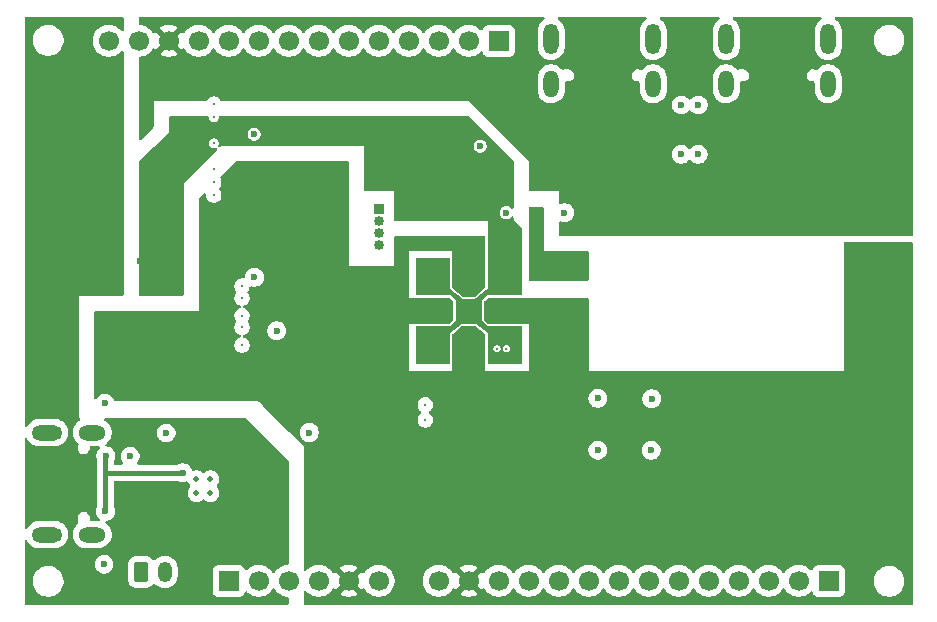
<source format=gbr>
%TF.GenerationSoftware,KiCad,Pcbnew,9.0.3*%
%TF.CreationDate,2025-10-10T02:39:33-04:00*%
%TF.ProjectId,sbc,7362632e-6b69-4636-9164-5f7063625858,rev?*%
%TF.SameCoordinates,Original*%
%TF.FileFunction,Copper,L5,Inr*%
%TF.FilePolarity,Positive*%
%FSLAX46Y46*%
G04 Gerber Fmt 4.6, Leading zero omitted, Abs format (unit mm)*
G04 Created by KiCad (PCBNEW 9.0.3) date 2025-10-10 02:39:33*
%MOMM*%
%LPD*%
G01*
G04 APERTURE LIST*
G04 Aperture macros list*
%AMRoundRect*
0 Rectangle with rounded corners*
0 $1 Rounding radius*
0 $2 $3 $4 $5 $6 $7 $8 $9 X,Y pos of 4 corners*
0 Add a 4 corners polygon primitive as box body*
4,1,4,$2,$3,$4,$5,$6,$7,$8,$9,$2,$3,0*
0 Add four circle primitives for the rounded corners*
1,1,$1+$1,$2,$3*
1,1,$1+$1,$4,$5*
1,1,$1+$1,$6,$7*
1,1,$1+$1,$8,$9*
0 Add four rect primitives between the rounded corners*
20,1,$1+$1,$2,$3,$4,$5,0*
20,1,$1+$1,$4,$5,$6,$7,0*
20,1,$1+$1,$6,$7,$8,$9,0*
20,1,$1+$1,$8,$9,$2,$3,0*%
G04 Aperture macros list end*
%TA.AperFunction,HeatsinkPad*%
%ADD10O,2.300000X1.300000*%
%TD*%
%TA.AperFunction,HeatsinkPad*%
%ADD11O,2.600000X1.300000*%
%TD*%
%TA.AperFunction,ComponentPad*%
%ADD12RoundRect,0.250000X-0.350000X-0.625000X0.350000X-0.625000X0.350000X0.625000X-0.350000X0.625000X0*%
%TD*%
%TA.AperFunction,ComponentPad*%
%ADD13O,1.200000X1.750000*%
%TD*%
%TA.AperFunction,HeatsinkPad*%
%ADD14O,1.300000X2.300000*%
%TD*%
%TA.AperFunction,HeatsinkPad*%
%ADD15O,1.300000X2.600000*%
%TD*%
%TA.AperFunction,ComponentPad*%
%ADD16R,1.700000X1.700000*%
%TD*%
%TA.AperFunction,ComponentPad*%
%ADD17C,1.700000*%
%TD*%
%TA.AperFunction,HeatsinkPad*%
%ADD18C,0.500000*%
%TD*%
%TA.AperFunction,ComponentPad*%
%ADD19R,0.850000X0.850000*%
%TD*%
%TA.AperFunction,ComponentPad*%
%ADD20C,0.850000*%
%TD*%
%TA.AperFunction,ViaPad*%
%ADD21C,0.600000*%
%TD*%
%TA.AperFunction,ViaPad*%
%ADD22C,0.300000*%
%TD*%
%TA.AperFunction,ViaPad*%
%ADD23C,1.250000*%
%TD*%
%TA.AperFunction,Conductor*%
%ADD24C,0.200000*%
%TD*%
%TA.AperFunction,Conductor*%
%ADD25C,0.381000*%
%TD*%
G04 APERTURE END LIST*
D10*
%TO.N,Net-(J6-SHIELD)*%
%TO.C,J6*%
X107827500Y-111905000D03*
D11*
X104002500Y-111905000D03*
D10*
X107827500Y-120545000D03*
D11*
X104002500Y-120545000D03*
%TD*%
D12*
%TO.N,V_BAT*%
%TO.C,J3*%
X111970000Y-123710000D03*
D13*
%TO.N,GND*%
X113970000Y-123710000D03*
%TD*%
D14*
%TO.N,GND*%
%TO.C,J1*%
X170140000Y-82385000D03*
D15*
X170140000Y-78560000D03*
D14*
X161500000Y-82385000D03*
D15*
X161500000Y-78560000D03*
%TD*%
D14*
%TO.N,GND*%
%TO.C,J7*%
X155320000Y-82385000D03*
D15*
X155320000Y-78560000D03*
D14*
X146680000Y-82385000D03*
D15*
X146680000Y-78560000D03*
%TD*%
D16*
%TO.N,/FPGA + SRAM/FPGA/SPI_CNFG_CS*%
%TO.C,J4*%
X119380000Y-124460000D03*
D17*
%TO.N,/FPGA + SRAM/FPGA/SPI_CNFG_SCK*%
X121920000Y-124460000D03*
%TO.N,/FPGA + SRAM/FPGA/SPI_CNFG_DI*%
X124460000Y-124460000D03*
%TO.N,/FPGA + SRAM/FPGA/SPI_CNFG_DO*%
X127000000Y-124460000D03*
%TO.N,P3V3*%
X129540000Y-124460000D03*
%TO.N,GND*%
X132080000Y-124460000D03*
%TD*%
D18*
%TO.N,GND*%
%TO.C,U9*%
X116647500Y-117030000D03*
X117827500Y-117030000D03*
X116647500Y-115850000D03*
X117827500Y-115850000D03*
%TD*%
D16*
%TO.N,GND*%
%TO.C,J8*%
X170180000Y-124460000D03*
D17*
%TO.N,/FPGA + SRAM/IO_B1*%
X167640000Y-124460000D03*
%TO.N,/FPGA + SRAM/IO_B2*%
X165100000Y-124460000D03*
%TO.N,/FPGA + SRAM/IO_B3*%
X162560000Y-124460000D03*
%TO.N,/FPGA + SRAM/IO_B4*%
X160020000Y-124460000D03*
%TO.N,/FPGA + SRAM/IO_B5*%
X157480000Y-124460000D03*
%TO.N,/FPGA + SRAM/IO_B6*%
X154940000Y-124460000D03*
%TO.N,/FPGA + SRAM/IO_B7*%
X152400000Y-124460000D03*
%TO.N,/FPGA + SRAM/IO_B8*%
X149860000Y-124460000D03*
%TO.N,/FPGA + SRAM/IO_B9*%
X147320000Y-124460000D03*
%TO.N,/FPGA + SRAM/IO_B10*%
X144780000Y-124460000D03*
%TO.N,GND*%
X142240000Y-124460000D03*
%TO.N,P3V3*%
X139700000Y-124460000D03*
%TO.N,V_BAT*%
X137160000Y-124460000D03*
%TD*%
D16*
%TO.N,GND*%
%TO.C,J5*%
X142240000Y-78740000D03*
D17*
%TO.N,/FPGA + SRAM/IO_T1*%
X139700000Y-78740000D03*
%TO.N,/FPGA + SRAM/IO_T2*%
X137160000Y-78740000D03*
%TO.N,/FPGA + SRAM/IO_T3*%
X134620000Y-78740000D03*
%TO.N,/FPGA + SRAM/IO_T4*%
X132080000Y-78740000D03*
%TO.N,/FPGA + SRAM/IO_T5*%
X129540000Y-78740000D03*
%TO.N,/FPGA + SRAM/IO_T6*%
X127000000Y-78740000D03*
%TO.N,/FPGA + SRAM/IO_T7*%
X124460000Y-78740000D03*
%TO.N,/FPGA + SRAM/IO_T8*%
X121920000Y-78740000D03*
%TO.N,/FPGA + SRAM/IO_T9*%
X119380000Y-78740000D03*
%TO.N,/FPGA + SRAM/IO_T10*%
X116840000Y-78740000D03*
%TO.N,USB_VBUS2*%
X114300000Y-78740000D03*
%TO.N,EN*%
X111760000Y-78740000D03*
%TO.N,USB_VBUS*%
X109220000Y-78740000D03*
%TD*%
D19*
%TO.N,EXT_PLL2P*%
%TO.C,J9*%
X132080000Y-93000000D03*
D20*
%TO.N,EXT_PLL2N*%
X132080000Y-94000000D03*
%TO.N,EXT_PLL1P*%
X132080000Y-95000000D03*
%TO.N,EXT_PLL1N*%
X132080000Y-96000000D03*
%TD*%
D21*
%TO.N,GND*%
X114079997Y-111940000D03*
X121560000Y-98760000D03*
D22*
X120500000Y-103000000D03*
D21*
X155150000Y-113400000D03*
X159150000Y-84170000D03*
X150640000Y-109010000D03*
X157700000Y-84170000D03*
X155200000Y-109040000D03*
X159130000Y-88350000D03*
X150640000Y-113390000D03*
X123441331Y-103283871D03*
X108900000Y-109400000D03*
X157680000Y-88340000D03*
X108828091Y-123041263D03*
X121550000Y-86630000D03*
X147813171Y-93290187D03*
X140690000Y-87650000D03*
X142880000Y-93280000D03*
%TO.N,V_SYS*%
X109400437Y-94291884D03*
X117690000Y-111313769D03*
X109416600Y-89957400D03*
X117796100Y-114069354D03*
X106416600Y-89957400D03*
X104690000Y-104740000D03*
X108600000Y-96100000D03*
X104370000Y-90510000D03*
X106160000Y-104750000D03*
X116332753Y-112564539D03*
D22*
X118700000Y-117200000D03*
%TO.N,/FPGA + SRAM/SD_DAT0*%
X118120000Y-85200000D03*
%TO.N,/FPGA + SRAM/SD_CLK*%
X118120000Y-87400000D03*
%TO.N,/FPGA + SRAM/SD_DAT1*%
X118120000Y-84100000D03*
%TO.N,/FPGA + SRAM/SD_DAT3*%
X118120000Y-90700000D03*
%TO.N,/FPGA + SRAM/FPGA/SPI_CNFG_CS*%
X142900000Y-104800000D03*
X136025000Y-109560000D03*
%TO.N,P1V2*%
X138100000Y-103200000D03*
X141300000Y-103200000D03*
D21*
X113601868Y-97358040D03*
D22*
X138100000Y-100000000D03*
X141300000Y-100000000D03*
D21*
X111850000Y-97360000D03*
X140350000Y-92500000D03*
X140350000Y-91000000D03*
X140350000Y-89530000D03*
X143070000Y-90350000D03*
D22*
%TO.N,/SD MMC/SD_CMD*%
X118120000Y-89600000D03*
D21*
%TO.N,USB_VBUS*%
X108944490Y-118575000D03*
X108966000Y-113875000D03*
X111030532Y-113909267D03*
X115477983Y-115303221D03*
%TO.N,P3V3*%
X131054636Y-106531013D03*
D22*
X138100000Y-102400000D03*
D21*
X149650000Y-115120000D03*
X124171159Y-109695795D03*
X113295500Y-106900000D03*
X112190000Y-104740000D03*
X125547678Y-91021303D03*
X128193413Y-101606587D03*
X174320000Y-100030000D03*
X122091162Y-109098405D03*
X126800000Y-93545219D03*
X132073916Y-110537824D03*
X128600000Y-93536958D03*
X168760000Y-110960000D03*
D22*
X141300000Y-101600000D03*
D21*
X143510000Y-119580000D03*
D22*
X139700000Y-100000000D03*
D21*
X111536525Y-101999133D03*
D22*
X139700000Y-103200000D03*
D21*
X143922983Y-107222885D03*
X132070000Y-112000000D03*
D22*
X122700000Y-106200000D03*
D21*
X125548907Y-92477174D03*
X170020000Y-109030000D03*
X125629130Y-109700650D03*
X127090000Y-109700000D03*
D22*
X138100000Y-100800000D03*
D21*
X111540000Y-103310000D03*
X152190000Y-113390000D03*
X121640000Y-92530000D03*
X153600000Y-109010000D03*
X153600000Y-111930000D03*
X121640000Y-89610000D03*
X152190000Y-110470000D03*
X124320000Y-97550000D03*
X176530000Y-97040000D03*
X124300000Y-104710000D03*
D22*
%TO.N,/FPGA + SRAM/SD_DAT2*%
X118120000Y-91800000D03*
%TO.N,P2V5*%
X145400000Y-93600000D03*
D21*
X126198000Y-111901000D03*
D22*
%TO.N,/FPGA + SRAM/FPGA/SPI_CNFG_DO*%
X142100000Y-104800000D03*
X136025000Y-110830000D03*
%TO.N,Net-(U8-REF)*%
X120500000Y-100500000D03*
%TO.N,Net-(U8-~{RESET})*%
X120500000Y-104500000D03*
%TO.N,Net-(U8-VPLL)*%
X120500000Y-102000000D03*
%TO.N,Net-(U8-VPHY)*%
X120500000Y-99500000D03*
D23*
%TO.N,USB_VBUS2*%
X112410000Y-85540000D03*
D21*
X162070000Y-85400000D03*
X146720000Y-84760000D03*
X170070000Y-84770000D03*
D23*
X112420000Y-82980000D03*
D21*
X154750000Y-85390000D03*
X156155000Y-88350000D03*
X160670000Y-88360000D03*
X176380000Y-86000000D03*
%TD*%
D24*
%TO.N,USB_VBUS*%
X108944490Y-113896510D02*
X108966000Y-113875000D01*
D25*
X108944490Y-115316000D02*
X115465204Y-115316000D01*
D24*
X115465204Y-115316000D02*
X115477983Y-115303221D01*
D25*
X108944490Y-118575000D02*
X108944490Y-115316000D01*
X108944490Y-115316000D02*
X108944490Y-113896510D01*
%TD*%
%TA.AperFunction,Conductor*%
%TO.N,P3V3*%
G36*
X138025706Y-100519685D02*
G01*
X138033067Y-100524800D01*
X138350400Y-100762800D01*
X138392221Y-100818771D01*
X138400000Y-100862000D01*
X138400000Y-102338000D01*
X138380315Y-102405039D01*
X138350400Y-102437200D01*
X138033067Y-102675200D01*
X137967625Y-102699676D01*
X137958667Y-102700000D01*
X134620000Y-102700000D01*
X134620000Y-100500000D01*
X137958667Y-100500000D01*
X138025706Y-100519685D01*
G37*
%TD.AperFunction*%
%TD*%
%TA.AperFunction,Conductor*%
%TO.N,USB_VBUS2*%
G36*
X146072791Y-76720185D02*
G01*
X146118546Y-76772989D01*
X146128490Y-76842147D01*
X146099465Y-76905703D01*
X146078637Y-76924818D01*
X145930505Y-77032441D01*
X145930500Y-77032445D01*
X145802445Y-77160500D01*
X145802441Y-77160505D01*
X145696006Y-77307002D01*
X145613788Y-77468360D01*
X145613787Y-77468363D01*
X145557829Y-77640589D01*
X145529500Y-77819448D01*
X145529500Y-79300551D01*
X145557829Y-79479410D01*
X145613787Y-79651636D01*
X145613788Y-79651639D01*
X145648789Y-79720330D01*
X145695642Y-79812284D01*
X145696006Y-79812997D01*
X145802441Y-79959494D01*
X145802445Y-79959499D01*
X145930500Y-80087554D01*
X145930505Y-80087558D01*
X145948243Y-80100445D01*
X146077006Y-80193996D01*
X146182484Y-80247740D01*
X146238360Y-80276211D01*
X146238363Y-80276212D01*
X146324476Y-80304191D01*
X146410591Y-80332171D01*
X146493429Y-80345291D01*
X146589449Y-80360500D01*
X146589454Y-80360500D01*
X146770551Y-80360500D01*
X146857259Y-80346765D01*
X146949409Y-80332171D01*
X147121639Y-80276211D01*
X147282994Y-80193996D01*
X147429501Y-80087553D01*
X147557553Y-79959501D01*
X147663996Y-79812994D01*
X147746211Y-79651639D01*
X147802171Y-79479409D01*
X147817661Y-79381610D01*
X147830500Y-79300551D01*
X147830500Y-77819448D01*
X147803292Y-77647671D01*
X147802171Y-77640591D01*
X147752886Y-77488904D01*
X147746212Y-77468363D01*
X147746211Y-77468360D01*
X147711124Y-77399500D01*
X147663996Y-77307006D01*
X147634756Y-77266760D01*
X147557558Y-77160505D01*
X147557554Y-77160500D01*
X147429499Y-77032445D01*
X147429494Y-77032441D01*
X147281363Y-76924818D01*
X147238697Y-76869488D01*
X147232718Y-76799875D01*
X147265323Y-76738080D01*
X147326162Y-76703723D01*
X147354248Y-76700500D01*
X154645752Y-76700500D01*
X154712791Y-76720185D01*
X154758546Y-76772989D01*
X154768490Y-76842147D01*
X154739465Y-76905703D01*
X154718637Y-76924818D01*
X154570505Y-77032441D01*
X154570500Y-77032445D01*
X154442445Y-77160500D01*
X154442441Y-77160505D01*
X154336006Y-77307002D01*
X154253788Y-77468360D01*
X154253787Y-77468363D01*
X154197829Y-77640589D01*
X154169500Y-77819448D01*
X154169500Y-79300551D01*
X154197829Y-79479410D01*
X154253787Y-79651636D01*
X154253788Y-79651639D01*
X154288789Y-79720330D01*
X154335642Y-79812284D01*
X154336006Y-79812997D01*
X154442441Y-79959494D01*
X154442445Y-79959499D01*
X154570500Y-80087554D01*
X154570505Y-80087558D01*
X154588243Y-80100445D01*
X154717006Y-80193996D01*
X154822484Y-80247740D01*
X154878360Y-80276211D01*
X154878363Y-80276212D01*
X154964476Y-80304191D01*
X155050591Y-80332171D01*
X155133429Y-80345291D01*
X155229449Y-80360500D01*
X155229454Y-80360500D01*
X155410551Y-80360500D01*
X155497259Y-80346765D01*
X155589409Y-80332171D01*
X155761639Y-80276211D01*
X155922994Y-80193996D01*
X156069501Y-80087553D01*
X156197553Y-79959501D01*
X156303996Y-79812994D01*
X156386211Y-79651639D01*
X156442171Y-79479409D01*
X156457661Y-79381610D01*
X156470500Y-79300551D01*
X156470500Y-77819448D01*
X156443292Y-77647671D01*
X156442171Y-77640591D01*
X156392886Y-77488904D01*
X156386212Y-77468363D01*
X156386211Y-77468360D01*
X156351124Y-77399500D01*
X156303996Y-77307006D01*
X156274756Y-77266760D01*
X156197558Y-77160505D01*
X156197554Y-77160500D01*
X156069499Y-77032445D01*
X156069494Y-77032441D01*
X155921363Y-76924818D01*
X155878697Y-76869488D01*
X155872718Y-76799875D01*
X155905323Y-76738080D01*
X155966162Y-76703723D01*
X155994248Y-76700500D01*
X160825752Y-76700500D01*
X160892791Y-76720185D01*
X160938546Y-76772989D01*
X160948490Y-76842147D01*
X160919465Y-76905703D01*
X160898637Y-76924818D01*
X160750505Y-77032441D01*
X160750500Y-77032445D01*
X160622445Y-77160500D01*
X160622441Y-77160505D01*
X160516006Y-77307002D01*
X160433788Y-77468360D01*
X160433787Y-77468363D01*
X160377829Y-77640589D01*
X160349500Y-77819448D01*
X160349500Y-79300551D01*
X160377829Y-79479410D01*
X160433787Y-79651636D01*
X160433788Y-79651639D01*
X160468789Y-79720330D01*
X160515642Y-79812284D01*
X160516006Y-79812997D01*
X160622441Y-79959494D01*
X160622445Y-79959499D01*
X160750500Y-80087554D01*
X160750505Y-80087558D01*
X160768243Y-80100445D01*
X160897006Y-80193996D01*
X161002484Y-80247740D01*
X161058360Y-80276211D01*
X161058363Y-80276212D01*
X161144476Y-80304191D01*
X161230591Y-80332171D01*
X161313429Y-80345291D01*
X161409449Y-80360500D01*
X161409454Y-80360500D01*
X161590551Y-80360500D01*
X161677259Y-80346765D01*
X161769409Y-80332171D01*
X161941639Y-80276211D01*
X162102994Y-80193996D01*
X162249501Y-80087553D01*
X162377553Y-79959501D01*
X162483996Y-79812994D01*
X162566211Y-79651639D01*
X162622171Y-79479409D01*
X162637661Y-79381610D01*
X162650500Y-79300551D01*
X162650500Y-77819448D01*
X162623292Y-77647671D01*
X162622171Y-77640591D01*
X162572886Y-77488904D01*
X162566212Y-77468363D01*
X162566211Y-77468360D01*
X162531124Y-77399500D01*
X162483996Y-77307006D01*
X162454756Y-77266760D01*
X162377558Y-77160505D01*
X162377554Y-77160500D01*
X162249499Y-77032445D01*
X162249494Y-77032441D01*
X162101363Y-76924818D01*
X162058697Y-76869488D01*
X162052718Y-76799875D01*
X162085323Y-76738080D01*
X162146162Y-76703723D01*
X162174248Y-76700500D01*
X169465752Y-76700500D01*
X169532791Y-76720185D01*
X169578546Y-76772989D01*
X169588490Y-76842147D01*
X169559465Y-76905703D01*
X169538637Y-76924818D01*
X169390505Y-77032441D01*
X169390500Y-77032445D01*
X169262445Y-77160500D01*
X169262441Y-77160505D01*
X169156006Y-77307002D01*
X169073788Y-77468360D01*
X169073787Y-77468363D01*
X169017829Y-77640589D01*
X168989500Y-77819448D01*
X168989500Y-79300551D01*
X169017829Y-79479410D01*
X169073787Y-79651636D01*
X169073788Y-79651639D01*
X169108789Y-79720330D01*
X169155642Y-79812284D01*
X169156006Y-79812997D01*
X169262441Y-79959494D01*
X169262445Y-79959499D01*
X169390500Y-80087554D01*
X169390505Y-80087558D01*
X169408243Y-80100445D01*
X169537006Y-80193996D01*
X169642484Y-80247740D01*
X169698360Y-80276211D01*
X169698363Y-80276212D01*
X169784476Y-80304191D01*
X169870591Y-80332171D01*
X169953429Y-80345291D01*
X170049449Y-80360500D01*
X170049454Y-80360500D01*
X170230551Y-80360500D01*
X170317259Y-80346765D01*
X170409409Y-80332171D01*
X170581639Y-80276211D01*
X170742994Y-80193996D01*
X170889501Y-80087553D01*
X171017553Y-79959501D01*
X171123996Y-79812994D01*
X171206211Y-79651639D01*
X171262171Y-79479409D01*
X171277661Y-79381610D01*
X171290500Y-79300551D01*
X171290500Y-78597648D01*
X173999500Y-78597648D01*
X173999500Y-78802351D01*
X174031522Y-79004534D01*
X174094781Y-79199223D01*
X174187715Y-79381613D01*
X174308028Y-79547213D01*
X174452786Y-79691971D01*
X174607749Y-79804556D01*
X174618390Y-79812287D01*
X174702747Y-79855269D01*
X174800776Y-79905218D01*
X174800778Y-79905218D01*
X174800781Y-79905220D01*
X174905137Y-79939127D01*
X174995465Y-79968477D01*
X175096557Y-79984488D01*
X175197648Y-80000500D01*
X175197649Y-80000500D01*
X175402351Y-80000500D01*
X175402352Y-80000500D01*
X175604534Y-79968477D01*
X175799219Y-79905220D01*
X175981610Y-79812287D01*
X176108179Y-79720330D01*
X176147213Y-79691971D01*
X176147215Y-79691968D01*
X176147219Y-79691966D01*
X176291966Y-79547219D01*
X176291968Y-79547215D01*
X176291971Y-79547213D01*
X176364186Y-79447816D01*
X176412287Y-79381610D01*
X176505220Y-79199219D01*
X176568477Y-79004534D01*
X176600500Y-78802352D01*
X176600500Y-78597648D01*
X176568477Y-78395466D01*
X176565546Y-78386446D01*
X176517963Y-78240000D01*
X176505220Y-78200781D01*
X176505218Y-78200778D01*
X176505218Y-78200776D01*
X176471503Y-78134607D01*
X176412287Y-78018390D01*
X176383147Y-77978282D01*
X176291971Y-77852786D01*
X176147213Y-77708028D01*
X175981613Y-77587715D01*
X175981612Y-77587714D01*
X175981610Y-77587713D01*
X175924653Y-77558691D01*
X175799223Y-77494781D01*
X175604534Y-77431522D01*
X175429995Y-77403878D01*
X175402352Y-77399500D01*
X175197648Y-77399500D01*
X175173329Y-77403351D01*
X174995465Y-77431522D01*
X174800776Y-77494781D01*
X174618386Y-77587715D01*
X174452786Y-77708028D01*
X174308028Y-77852786D01*
X174187715Y-78018386D01*
X174094781Y-78200776D01*
X174031522Y-78395465D01*
X173999500Y-78597648D01*
X171290500Y-78597648D01*
X171290500Y-77819448D01*
X171263292Y-77647671D01*
X171262171Y-77640591D01*
X171212886Y-77488904D01*
X171206212Y-77468363D01*
X171206211Y-77468360D01*
X171171124Y-77399500D01*
X171123996Y-77307006D01*
X171094756Y-77266760D01*
X171017558Y-77160505D01*
X171017554Y-77160500D01*
X170889499Y-77032445D01*
X170889494Y-77032441D01*
X170741363Y-76924818D01*
X170698697Y-76869488D01*
X170692718Y-76799875D01*
X170725323Y-76738080D01*
X170786162Y-76703723D01*
X170814248Y-76700500D01*
X177175500Y-76700500D01*
X177242539Y-76720185D01*
X177288294Y-76772989D01*
X177299500Y-76824500D01*
X177299500Y-95126000D01*
X177279815Y-95193039D01*
X177227011Y-95238794D01*
X177175500Y-95250000D01*
X147444000Y-95250000D01*
X147376961Y-95230315D01*
X147331206Y-95177511D01*
X147320000Y-95126000D01*
X147320000Y-94137942D01*
X147339685Y-94070903D01*
X147392489Y-94025148D01*
X147461647Y-94015204D01*
X147491446Y-94023379D01*
X147579674Y-94059924D01*
X147734324Y-94090686D01*
X147734327Y-94090687D01*
X147734329Y-94090687D01*
X147892015Y-94090687D01*
X147892016Y-94090686D01*
X148046668Y-94059924D01*
X148192350Y-93999581D01*
X148323460Y-93911976D01*
X148434960Y-93800476D01*
X148522565Y-93669366D01*
X148582908Y-93523684D01*
X148613671Y-93369029D01*
X148613671Y-93211345D01*
X148613671Y-93211342D01*
X148613670Y-93211340D01*
X148611645Y-93201158D01*
X148582908Y-93056690D01*
X148582906Y-93056685D01*
X148522568Y-92911014D01*
X148522561Y-92911001D01*
X148434960Y-92779898D01*
X148434957Y-92779894D01*
X148323463Y-92668400D01*
X148323459Y-92668397D01*
X148192356Y-92580796D01*
X148192343Y-92580789D01*
X148046672Y-92520451D01*
X148046660Y-92520448D01*
X147892016Y-92489687D01*
X147892013Y-92489687D01*
X147734329Y-92489687D01*
X147734326Y-92489687D01*
X147579681Y-92520448D01*
X147579669Y-92520451D01*
X147491452Y-92556992D01*
X147421983Y-92564461D01*
X147359504Y-92533186D01*
X147323852Y-92473096D01*
X147320000Y-92442431D01*
X147320000Y-91440000D01*
X144904000Y-91440000D01*
X144836961Y-91420315D01*
X144791206Y-91367511D01*
X144780000Y-91316000D01*
X144780000Y-88900000D01*
X144141153Y-88261153D01*
X156879500Y-88261153D01*
X156879500Y-88418846D01*
X156910261Y-88573489D01*
X156910264Y-88573501D01*
X156970602Y-88719172D01*
X156970609Y-88719185D01*
X157058210Y-88850288D01*
X157058213Y-88850292D01*
X157169707Y-88961786D01*
X157169711Y-88961789D01*
X157300814Y-89049390D01*
X157300827Y-89049397D01*
X157410258Y-89094724D01*
X157446503Y-89109737D01*
X157601153Y-89140499D01*
X157601156Y-89140500D01*
X157601158Y-89140500D01*
X157758844Y-89140500D01*
X157758845Y-89140499D01*
X157913497Y-89109737D01*
X158026166Y-89063067D01*
X158059172Y-89049397D01*
X158059172Y-89049396D01*
X158059179Y-89049394D01*
X158190289Y-88961789D01*
X158301789Y-88850289D01*
X158301791Y-88850285D01*
X158305653Y-88845581D01*
X158307854Y-88847387D01*
X158352050Y-88810373D01*
X158421366Y-88801593D01*
X158484425Y-88831682D01*
X158504762Y-88855127D01*
X158508212Y-88860291D01*
X158619707Y-88971786D01*
X158619711Y-88971789D01*
X158750814Y-89059390D01*
X158750827Y-89059397D01*
X158872363Y-89109738D01*
X158896503Y-89119737D01*
X159051153Y-89150499D01*
X159051156Y-89150500D01*
X159051158Y-89150500D01*
X159208844Y-89150500D01*
X159208845Y-89150499D01*
X159363497Y-89119737D01*
X159509179Y-89059394D01*
X159640289Y-88971789D01*
X159751789Y-88860289D01*
X159839394Y-88729179D01*
X159899737Y-88583497D01*
X159930500Y-88428842D01*
X159930500Y-88271158D01*
X159930500Y-88271155D01*
X159930499Y-88271153D01*
X159928510Y-88261153D01*
X159899737Y-88116503D01*
X159872398Y-88050500D01*
X159839397Y-87970827D01*
X159839390Y-87970814D01*
X159751789Y-87839711D01*
X159751786Y-87839707D01*
X159640292Y-87728213D01*
X159640288Y-87728210D01*
X159509185Y-87640609D01*
X159509172Y-87640602D01*
X159363501Y-87580264D01*
X159363489Y-87580261D01*
X159208845Y-87549500D01*
X159208842Y-87549500D01*
X159051158Y-87549500D01*
X159051155Y-87549500D01*
X158896510Y-87580261D01*
X158896498Y-87580264D01*
X158750827Y-87640602D01*
X158750814Y-87640609D01*
X158619711Y-87728210D01*
X158619707Y-87728213D01*
X158508213Y-87839707D01*
X158504347Y-87844419D01*
X158502236Y-87842687D01*
X158457373Y-87879876D01*
X158388013Y-87888305D01*
X158325107Y-87857897D01*
X158305236Y-87834869D01*
X158301791Y-87829713D01*
X158301786Y-87829707D01*
X158190292Y-87718213D01*
X158190288Y-87718210D01*
X158059185Y-87630609D01*
X158059172Y-87630602D01*
X157913501Y-87570264D01*
X157913489Y-87570261D01*
X157758845Y-87539500D01*
X157758842Y-87539500D01*
X157601158Y-87539500D01*
X157601155Y-87539500D01*
X157446510Y-87570261D01*
X157446498Y-87570264D01*
X157300827Y-87630602D01*
X157300814Y-87630609D01*
X157169711Y-87718210D01*
X157169707Y-87718213D01*
X157058213Y-87829707D01*
X157058210Y-87829711D01*
X156970609Y-87960814D01*
X156970602Y-87960827D01*
X156910264Y-88106498D01*
X156910261Y-88106510D01*
X156879500Y-88261153D01*
X144141153Y-88261153D01*
X139971153Y-84091153D01*
X156899500Y-84091153D01*
X156899500Y-84248846D01*
X156930261Y-84403489D01*
X156930264Y-84403501D01*
X156990602Y-84549172D01*
X156990609Y-84549185D01*
X157078210Y-84680288D01*
X157078213Y-84680292D01*
X157189707Y-84791786D01*
X157189711Y-84791789D01*
X157320814Y-84879390D01*
X157320827Y-84879397D01*
X157466498Y-84939735D01*
X157466503Y-84939737D01*
X157621153Y-84970499D01*
X157621156Y-84970500D01*
X157621158Y-84970500D01*
X157778844Y-84970500D01*
X157778845Y-84970499D01*
X157933497Y-84939737D01*
X158079179Y-84879394D01*
X158210289Y-84791789D01*
X158321789Y-84680289D01*
X158321791Y-84680285D01*
X158321896Y-84680130D01*
X158321971Y-84680066D01*
X158325653Y-84675581D01*
X158326503Y-84676279D01*
X158375506Y-84635323D01*
X158444831Y-84626613D01*
X158507860Y-84656766D01*
X158524239Y-84675669D01*
X158524347Y-84675581D01*
X158527653Y-84679610D01*
X158528104Y-84680130D01*
X158528208Y-84680286D01*
X158528213Y-84680292D01*
X158639707Y-84791786D01*
X158639711Y-84791789D01*
X158770814Y-84879390D01*
X158770827Y-84879397D01*
X158916498Y-84939735D01*
X158916503Y-84939737D01*
X159071153Y-84970499D01*
X159071156Y-84970500D01*
X159071158Y-84970500D01*
X159228844Y-84970500D01*
X159228845Y-84970499D01*
X159383497Y-84939737D01*
X159529179Y-84879394D01*
X159660289Y-84791789D01*
X159771789Y-84680289D01*
X159859394Y-84549179D01*
X159919737Y-84403497D01*
X159950500Y-84248842D01*
X159950500Y-84091158D01*
X159950500Y-84091155D01*
X159950499Y-84091153D01*
X159919737Y-83936503D01*
X159875000Y-83828497D01*
X159859397Y-83790827D01*
X159859390Y-83790814D01*
X159771789Y-83659711D01*
X159771786Y-83659707D01*
X159660292Y-83548213D01*
X159660288Y-83548210D01*
X159529185Y-83460609D01*
X159529172Y-83460602D01*
X159383501Y-83400264D01*
X159383489Y-83400261D01*
X159228845Y-83369500D01*
X159228842Y-83369500D01*
X159071158Y-83369500D01*
X159071155Y-83369500D01*
X158916510Y-83400261D01*
X158916498Y-83400264D01*
X158770827Y-83460602D01*
X158770814Y-83460609D01*
X158639711Y-83548210D01*
X158639707Y-83548213D01*
X158528213Y-83659707D01*
X158528208Y-83659713D01*
X158528098Y-83659879D01*
X158528017Y-83659945D01*
X158524347Y-83664419D01*
X158523498Y-83663722D01*
X158474484Y-83704681D01*
X158405158Y-83713384D01*
X158342132Y-83683226D01*
X158325759Y-83664331D01*
X158325653Y-83664419D01*
X158322378Y-83660428D01*
X158321902Y-83659879D01*
X158321791Y-83659713D01*
X158321786Y-83659707D01*
X158210292Y-83548213D01*
X158210288Y-83548210D01*
X158079185Y-83460609D01*
X158079172Y-83460602D01*
X157933501Y-83400264D01*
X157933489Y-83400261D01*
X157778845Y-83369500D01*
X157778842Y-83369500D01*
X157621158Y-83369500D01*
X157621155Y-83369500D01*
X157466510Y-83400261D01*
X157466498Y-83400264D01*
X157320827Y-83460602D01*
X157320814Y-83460609D01*
X157189711Y-83548210D01*
X157189707Y-83548213D01*
X157078213Y-83659707D01*
X157078210Y-83659711D01*
X156990609Y-83790814D01*
X156990602Y-83790827D01*
X156930264Y-83936498D01*
X156930261Y-83936510D01*
X156899500Y-84091153D01*
X139971153Y-84091153D01*
X139700000Y-83820000D01*
X118781538Y-83820000D01*
X118714499Y-83800315D01*
X118678436Y-83764891D01*
X118625276Y-83685331D01*
X118625274Y-83685328D01*
X118534672Y-83594726D01*
X118534668Y-83594723D01*
X118428133Y-83523538D01*
X118428124Y-83523533D01*
X118309744Y-83474499D01*
X118309738Y-83474497D01*
X118184071Y-83449500D01*
X118184069Y-83449500D01*
X118055931Y-83449500D01*
X118055929Y-83449500D01*
X117930261Y-83474497D01*
X117930255Y-83474499D01*
X117811875Y-83523533D01*
X117811866Y-83523538D01*
X117705331Y-83594723D01*
X117705327Y-83594726D01*
X117614725Y-83685328D01*
X117580553Y-83736470D01*
X117561563Y-83764891D01*
X117507953Y-83809696D01*
X117458462Y-83820000D01*
X113030000Y-83820000D01*
X113030000Y-85991138D01*
X113010315Y-86058177D01*
X112993681Y-86078819D01*
X111971681Y-87100819D01*
X111910358Y-87134304D01*
X111840666Y-87129320D01*
X111784733Y-87087448D01*
X111760316Y-87021984D01*
X111760000Y-87013138D01*
X111760000Y-81794448D01*
X145529500Y-81794448D01*
X145529500Y-82975551D01*
X145557829Y-83154410D01*
X145613787Y-83326636D01*
X145613788Y-83326639D01*
X145696006Y-83487997D01*
X145802441Y-83634494D01*
X145802445Y-83634499D01*
X145930500Y-83762554D01*
X145930505Y-83762558D01*
X146058287Y-83855396D01*
X146077006Y-83868996D01*
X146157983Y-83910256D01*
X146238360Y-83951211D01*
X146238363Y-83951212D01*
X146324476Y-83979191D01*
X146410591Y-84007171D01*
X146493429Y-84020291D01*
X146589449Y-84035500D01*
X146589454Y-84035500D01*
X146770551Y-84035500D01*
X146857259Y-84021765D01*
X146949409Y-84007171D01*
X147121639Y-83951211D01*
X147282994Y-83868996D01*
X147429501Y-83762553D01*
X147557553Y-83634501D01*
X147663996Y-83487994D01*
X147746211Y-83326639D01*
X147802171Y-83154409D01*
X147816765Y-83062259D01*
X147830500Y-82975551D01*
X147830500Y-82284500D01*
X147850185Y-82217461D01*
X147902989Y-82171706D01*
X147954500Y-82160500D01*
X148190890Y-82160500D01*
X148190892Y-82160500D01*
X148318186Y-82126392D01*
X148432314Y-82060500D01*
X148525500Y-81967314D01*
X148591392Y-81853186D01*
X148625500Y-81725892D01*
X148625500Y-81594108D01*
X153499500Y-81594108D01*
X153499500Y-81725891D01*
X153533608Y-81853187D01*
X153566554Y-81910250D01*
X153599500Y-81967314D01*
X153692686Y-82060500D01*
X153806814Y-82126392D01*
X153934108Y-82160500D01*
X153934110Y-82160500D01*
X154045500Y-82160500D01*
X154112539Y-82180185D01*
X154158294Y-82232989D01*
X154169500Y-82284500D01*
X154169500Y-82975551D01*
X154197829Y-83154410D01*
X154253787Y-83326636D01*
X154253788Y-83326639D01*
X154336006Y-83487997D01*
X154442441Y-83634494D01*
X154442445Y-83634499D01*
X154570500Y-83762554D01*
X154570505Y-83762558D01*
X154698287Y-83855396D01*
X154717006Y-83868996D01*
X154797983Y-83910256D01*
X154878360Y-83951211D01*
X154878363Y-83951212D01*
X154964476Y-83979191D01*
X155050591Y-84007171D01*
X155133429Y-84020291D01*
X155229449Y-84035500D01*
X155229454Y-84035500D01*
X155410551Y-84035500D01*
X155497259Y-84021765D01*
X155589409Y-84007171D01*
X155677223Y-83978638D01*
X155712630Y-83967135D01*
X155712630Y-83967134D01*
X155761639Y-83951211D01*
X155922994Y-83868996D01*
X156069501Y-83762553D01*
X156197553Y-83634501D01*
X156303996Y-83487994D01*
X156386211Y-83326639D01*
X156442171Y-83154409D01*
X156456765Y-83062259D01*
X156470500Y-82975551D01*
X156470500Y-81794448D01*
X160349500Y-81794448D01*
X160349500Y-82975551D01*
X160377829Y-83154410D01*
X160433787Y-83326636D01*
X160433788Y-83326639D01*
X160516006Y-83487997D01*
X160622441Y-83634494D01*
X160622445Y-83634499D01*
X160750500Y-83762554D01*
X160750505Y-83762558D01*
X160878287Y-83855396D01*
X160897006Y-83868996D01*
X160977983Y-83910256D01*
X161058360Y-83951211D01*
X161058363Y-83951212D01*
X161144476Y-83979191D01*
X161230591Y-84007171D01*
X161313429Y-84020291D01*
X161409449Y-84035500D01*
X161409454Y-84035500D01*
X161590551Y-84035500D01*
X161677259Y-84021765D01*
X161769409Y-84007171D01*
X161941639Y-83951211D01*
X162102994Y-83868996D01*
X162249501Y-83762553D01*
X162377553Y-83634501D01*
X162483996Y-83487994D01*
X162566211Y-83326639D01*
X162622171Y-83154409D01*
X162636765Y-83062259D01*
X162650500Y-82975551D01*
X162650500Y-82284500D01*
X162670185Y-82217461D01*
X162722989Y-82171706D01*
X162774500Y-82160500D01*
X163010890Y-82160500D01*
X163010892Y-82160500D01*
X163138186Y-82126392D01*
X163252314Y-82060500D01*
X163345500Y-81967314D01*
X163411392Y-81853186D01*
X163445500Y-81725892D01*
X163445500Y-81594108D01*
X168319500Y-81594108D01*
X168319500Y-81725891D01*
X168353608Y-81853187D01*
X168386554Y-81910250D01*
X168419500Y-81967314D01*
X168512686Y-82060500D01*
X168626814Y-82126392D01*
X168754108Y-82160500D01*
X168754110Y-82160500D01*
X168865500Y-82160500D01*
X168932539Y-82180185D01*
X168978294Y-82232989D01*
X168989500Y-82284500D01*
X168989500Y-82975551D01*
X169017829Y-83154410D01*
X169073787Y-83326636D01*
X169073788Y-83326639D01*
X169156006Y-83487997D01*
X169262441Y-83634494D01*
X169262445Y-83634499D01*
X169390500Y-83762554D01*
X169390505Y-83762558D01*
X169518287Y-83855396D01*
X169537006Y-83868996D01*
X169617983Y-83910256D01*
X169698360Y-83951211D01*
X169698363Y-83951212D01*
X169784476Y-83979191D01*
X169870591Y-84007171D01*
X169953429Y-84020291D01*
X170049449Y-84035500D01*
X170049454Y-84035500D01*
X170230551Y-84035500D01*
X170317259Y-84021765D01*
X170409409Y-84007171D01*
X170581639Y-83951211D01*
X170742994Y-83868996D01*
X170889501Y-83762553D01*
X171017553Y-83634501D01*
X171123996Y-83487994D01*
X171206211Y-83326639D01*
X171262171Y-83154409D01*
X171276765Y-83062259D01*
X171290500Y-82975551D01*
X171290500Y-81794448D01*
X171274019Y-81690397D01*
X171262171Y-81615591D01*
X171206211Y-81443361D01*
X171206211Y-81443360D01*
X171160008Y-81352683D01*
X171123996Y-81282006D01*
X171107645Y-81259500D01*
X171017558Y-81135505D01*
X171017554Y-81135500D01*
X170889499Y-81007445D01*
X170889494Y-81007441D01*
X170742997Y-80901006D01*
X170742996Y-80901005D01*
X170742994Y-80901004D01*
X170691300Y-80874664D01*
X170581639Y-80818788D01*
X170581636Y-80818787D01*
X170409410Y-80762829D01*
X170230551Y-80734500D01*
X170230546Y-80734500D01*
X170049454Y-80734500D01*
X170049449Y-80734500D01*
X169870589Y-80762829D01*
X169698363Y-80818787D01*
X169698360Y-80818788D01*
X169537002Y-80901006D01*
X169390505Y-81007441D01*
X169390500Y-81007445D01*
X169262445Y-81135500D01*
X169262441Y-81135505D01*
X169224671Y-81187492D01*
X169169341Y-81230158D01*
X169099728Y-81236137D01*
X169062353Y-81221994D01*
X169013189Y-81193609D01*
X169013186Y-81193608D01*
X168885892Y-81159500D01*
X168754108Y-81159500D01*
X168626812Y-81193608D01*
X168512686Y-81259500D01*
X168512683Y-81259502D01*
X168419502Y-81352683D01*
X168419500Y-81352686D01*
X168353608Y-81466812D01*
X168319500Y-81594108D01*
X163445500Y-81594108D01*
X163411392Y-81466814D01*
X163345500Y-81352686D01*
X163252314Y-81259500D01*
X163187352Y-81221994D01*
X163138187Y-81193608D01*
X163074539Y-81176554D01*
X163010892Y-81159500D01*
X162629108Y-81159500D01*
X162524640Y-81187492D01*
X162515459Y-81189952D01*
X162445609Y-81188289D01*
X162387747Y-81149126D01*
X162383044Y-81143057D01*
X162377554Y-81135500D01*
X162249499Y-81007445D01*
X162249494Y-81007441D01*
X162102997Y-80901006D01*
X162102996Y-80901005D01*
X162102994Y-80901004D01*
X162051300Y-80874664D01*
X161941639Y-80818788D01*
X161941636Y-80818787D01*
X161769410Y-80762829D01*
X161590551Y-80734500D01*
X161590546Y-80734500D01*
X161409454Y-80734500D01*
X161409449Y-80734500D01*
X161230589Y-80762829D01*
X161058363Y-80818787D01*
X161058360Y-80818788D01*
X160897002Y-80901006D01*
X160750505Y-81007441D01*
X160750500Y-81007445D01*
X160622445Y-81135500D01*
X160622441Y-81135505D01*
X160516006Y-81282002D01*
X160433788Y-81443360D01*
X160433787Y-81443363D01*
X160377829Y-81615589D01*
X160349500Y-81794448D01*
X156470500Y-81794448D01*
X156454019Y-81690397D01*
X156442171Y-81615591D01*
X156386211Y-81443361D01*
X156386211Y-81443360D01*
X156340008Y-81352683D01*
X156303996Y-81282006D01*
X156287645Y-81259500D01*
X156197558Y-81135505D01*
X156197554Y-81135500D01*
X156069499Y-81007445D01*
X156069494Y-81007441D01*
X155922997Y-80901006D01*
X155922996Y-80901005D01*
X155922994Y-80901004D01*
X155871300Y-80874664D01*
X155761639Y-80818788D01*
X155761636Y-80818787D01*
X155589410Y-80762829D01*
X155410551Y-80734500D01*
X155410546Y-80734500D01*
X155229454Y-80734500D01*
X155229449Y-80734500D01*
X155050589Y-80762829D01*
X154878363Y-80818787D01*
X154878360Y-80818788D01*
X154717002Y-80901006D01*
X154570505Y-81007441D01*
X154570500Y-81007445D01*
X154442445Y-81135500D01*
X154442441Y-81135505D01*
X154404671Y-81187492D01*
X154349341Y-81230158D01*
X154279728Y-81236137D01*
X154242353Y-81221994D01*
X154193189Y-81193609D01*
X154193186Y-81193608D01*
X154065892Y-81159500D01*
X153934108Y-81159500D01*
X153806812Y-81193608D01*
X153692686Y-81259500D01*
X153692683Y-81259502D01*
X153599502Y-81352683D01*
X153599500Y-81352686D01*
X153533608Y-81466812D01*
X153499500Y-81594108D01*
X148625500Y-81594108D01*
X148591392Y-81466814D01*
X148525500Y-81352686D01*
X148432314Y-81259500D01*
X148367352Y-81221994D01*
X148318187Y-81193608D01*
X148254539Y-81176554D01*
X148190892Y-81159500D01*
X147809108Y-81159500D01*
X147704640Y-81187492D01*
X147695459Y-81189952D01*
X147625609Y-81188289D01*
X147567747Y-81149126D01*
X147563044Y-81143057D01*
X147557554Y-81135500D01*
X147429499Y-81007445D01*
X147429494Y-81007441D01*
X147282997Y-80901006D01*
X147282996Y-80901005D01*
X147282994Y-80901004D01*
X147231300Y-80874664D01*
X147121639Y-80818788D01*
X147121636Y-80818787D01*
X146949410Y-80762829D01*
X146770551Y-80734500D01*
X146770546Y-80734500D01*
X146589454Y-80734500D01*
X146589449Y-80734500D01*
X146410589Y-80762829D01*
X146238363Y-80818787D01*
X146238360Y-80818788D01*
X146077002Y-80901006D01*
X145930505Y-81007441D01*
X145930500Y-81007445D01*
X145802445Y-81135500D01*
X145802441Y-81135505D01*
X145696006Y-81282002D01*
X145613788Y-81443360D01*
X145613787Y-81443363D01*
X145557829Y-81615589D01*
X145529500Y-81794448D01*
X111760000Y-81794448D01*
X111760000Y-80213239D01*
X111779685Y-80146200D01*
X111832489Y-80100445D01*
X111864603Y-80090766D01*
X111866282Y-80090500D01*
X111866287Y-80090500D01*
X112028855Y-80064751D01*
X112076238Y-80057247D01*
X112076238Y-80057246D01*
X112076243Y-80057246D01*
X112278412Y-79991557D01*
X112467816Y-79895051D01*
X112554138Y-79832335D01*
X112639786Y-79770109D01*
X112639788Y-79770106D01*
X112639792Y-79770104D01*
X112790104Y-79619792D01*
X112790106Y-79619788D01*
X112790109Y-79619786D01*
X112875890Y-79501717D01*
X112915051Y-79447816D01*
X112919793Y-79438508D01*
X112967763Y-79387711D01*
X113035583Y-79370911D01*
X113101719Y-79393445D01*
X113140763Y-79438500D01*
X113145373Y-79447547D01*
X113184728Y-79501716D01*
X113817037Y-78869408D01*
X113834075Y-78932993D01*
X113899901Y-79047007D01*
X113992993Y-79140099D01*
X114107007Y-79205925D01*
X114170590Y-79222962D01*
X113538282Y-79855269D01*
X113538282Y-79855270D01*
X113592449Y-79894624D01*
X113781782Y-79991095D01*
X113983870Y-80056757D01*
X114193754Y-80090000D01*
X114406246Y-80090000D01*
X114616127Y-80056757D01*
X114616130Y-80056757D01*
X114818217Y-79991095D01*
X115007554Y-79894622D01*
X115061716Y-79855270D01*
X115061717Y-79855270D01*
X114429408Y-79222962D01*
X114492993Y-79205925D01*
X114607007Y-79140099D01*
X114700099Y-79047007D01*
X114765925Y-78932993D01*
X114782962Y-78869408D01*
X115415270Y-79501717D01*
X115415270Y-79501716D01*
X115454622Y-79447555D01*
X115459232Y-79438507D01*
X115507205Y-79387709D01*
X115575025Y-79370912D01*
X115641161Y-79393447D01*
X115680204Y-79438504D01*
X115684949Y-79447817D01*
X115809890Y-79619786D01*
X115960213Y-79770109D01*
X116132179Y-79895048D01*
X116132181Y-79895049D01*
X116132184Y-79895051D01*
X116321588Y-79991557D01*
X116523757Y-80057246D01*
X116733713Y-80090500D01*
X116733714Y-80090500D01*
X116946286Y-80090500D01*
X116946287Y-80090500D01*
X117156243Y-80057246D01*
X117358412Y-79991557D01*
X117547816Y-79895051D01*
X117634138Y-79832335D01*
X117719786Y-79770109D01*
X117719788Y-79770106D01*
X117719792Y-79770104D01*
X117870104Y-79619792D01*
X117870106Y-79619788D01*
X117870109Y-79619786D01*
X117995048Y-79447820D01*
X117995047Y-79447820D01*
X117995051Y-79447816D01*
X117999514Y-79439054D01*
X118047488Y-79388259D01*
X118115308Y-79371463D01*
X118181444Y-79393999D01*
X118220486Y-79439056D01*
X118224951Y-79447820D01*
X118349890Y-79619786D01*
X118500213Y-79770109D01*
X118672179Y-79895048D01*
X118672181Y-79895049D01*
X118672184Y-79895051D01*
X118861588Y-79991557D01*
X119063757Y-80057246D01*
X119273713Y-80090500D01*
X119273714Y-80090500D01*
X119486286Y-80090500D01*
X119486287Y-80090500D01*
X119696243Y-80057246D01*
X119898412Y-79991557D01*
X120087816Y-79895051D01*
X120174138Y-79832335D01*
X120259786Y-79770109D01*
X120259788Y-79770106D01*
X120259792Y-79770104D01*
X120410104Y-79619792D01*
X120410106Y-79619788D01*
X120410109Y-79619786D01*
X120535048Y-79447820D01*
X120535047Y-79447820D01*
X120535051Y-79447816D01*
X120539514Y-79439054D01*
X120587488Y-79388259D01*
X120655308Y-79371463D01*
X120721444Y-79393999D01*
X120760486Y-79439056D01*
X120764951Y-79447820D01*
X120889890Y-79619786D01*
X121040213Y-79770109D01*
X121212179Y-79895048D01*
X121212181Y-79895049D01*
X121212184Y-79895051D01*
X121401588Y-79991557D01*
X121603757Y-80057246D01*
X121813713Y-80090500D01*
X121813714Y-80090500D01*
X122026286Y-80090500D01*
X122026287Y-80090500D01*
X122236243Y-80057246D01*
X122438412Y-79991557D01*
X122627816Y-79895051D01*
X122714138Y-79832335D01*
X122799786Y-79770109D01*
X122799788Y-79770106D01*
X122799792Y-79770104D01*
X122950104Y-79619792D01*
X122950106Y-79619788D01*
X122950109Y-79619786D01*
X123075048Y-79447820D01*
X123075047Y-79447820D01*
X123075051Y-79447816D01*
X123079514Y-79439054D01*
X123127488Y-79388259D01*
X123195308Y-79371463D01*
X123261444Y-79393999D01*
X123300486Y-79439056D01*
X123304951Y-79447820D01*
X123429890Y-79619786D01*
X123580213Y-79770109D01*
X123752179Y-79895048D01*
X123752181Y-79895049D01*
X123752184Y-79895051D01*
X123941588Y-79991557D01*
X124143757Y-80057246D01*
X124353713Y-80090500D01*
X124353714Y-80090500D01*
X124566286Y-80090500D01*
X124566287Y-80090500D01*
X124776243Y-80057246D01*
X124978412Y-79991557D01*
X125167816Y-79895051D01*
X125254138Y-79832335D01*
X125339786Y-79770109D01*
X125339788Y-79770106D01*
X125339792Y-79770104D01*
X125490104Y-79619792D01*
X125490106Y-79619788D01*
X125490109Y-79619786D01*
X125615048Y-79447820D01*
X125615047Y-79447820D01*
X125615051Y-79447816D01*
X125619514Y-79439054D01*
X125667488Y-79388259D01*
X125735308Y-79371463D01*
X125801444Y-79393999D01*
X125840486Y-79439056D01*
X125844951Y-79447820D01*
X125969890Y-79619786D01*
X126120213Y-79770109D01*
X126292179Y-79895048D01*
X126292181Y-79895049D01*
X126292184Y-79895051D01*
X126481588Y-79991557D01*
X126683757Y-80057246D01*
X126893713Y-80090500D01*
X126893714Y-80090500D01*
X127106286Y-80090500D01*
X127106287Y-80090500D01*
X127316243Y-80057246D01*
X127518412Y-79991557D01*
X127707816Y-79895051D01*
X127794138Y-79832335D01*
X127879786Y-79770109D01*
X127879788Y-79770106D01*
X127879792Y-79770104D01*
X128030104Y-79619792D01*
X128030106Y-79619788D01*
X128030109Y-79619786D01*
X128155048Y-79447820D01*
X128155047Y-79447820D01*
X128155051Y-79447816D01*
X128159514Y-79439054D01*
X128207488Y-79388259D01*
X128275308Y-79371463D01*
X128341444Y-79393999D01*
X128380486Y-79439056D01*
X128384951Y-79447820D01*
X128509890Y-79619786D01*
X128660213Y-79770109D01*
X128832179Y-79895048D01*
X128832181Y-79895049D01*
X128832184Y-79895051D01*
X129021588Y-79991557D01*
X129223757Y-80057246D01*
X129433713Y-80090500D01*
X129433714Y-80090500D01*
X129646286Y-80090500D01*
X129646287Y-80090500D01*
X129856243Y-80057246D01*
X130058412Y-79991557D01*
X130247816Y-79895051D01*
X130334138Y-79832335D01*
X130419786Y-79770109D01*
X130419788Y-79770106D01*
X130419792Y-79770104D01*
X130570104Y-79619792D01*
X130570106Y-79619788D01*
X130570109Y-79619786D01*
X130695048Y-79447820D01*
X130695047Y-79447820D01*
X130695051Y-79447816D01*
X130699514Y-79439054D01*
X130747488Y-79388259D01*
X130815308Y-79371463D01*
X130881444Y-79393999D01*
X130920486Y-79439056D01*
X130924951Y-79447820D01*
X131049890Y-79619786D01*
X131200213Y-79770109D01*
X131372179Y-79895048D01*
X131372181Y-79895049D01*
X131372184Y-79895051D01*
X131561588Y-79991557D01*
X131763757Y-80057246D01*
X131973713Y-80090500D01*
X131973714Y-80090500D01*
X132186286Y-80090500D01*
X132186287Y-80090500D01*
X132396243Y-80057246D01*
X132598412Y-79991557D01*
X132787816Y-79895051D01*
X132874138Y-79832335D01*
X132959786Y-79770109D01*
X132959788Y-79770106D01*
X132959792Y-79770104D01*
X133110104Y-79619792D01*
X133110106Y-79619788D01*
X133110109Y-79619786D01*
X133235048Y-79447820D01*
X133235047Y-79447820D01*
X133235051Y-79447816D01*
X133239514Y-79439054D01*
X133287488Y-79388259D01*
X133355308Y-79371463D01*
X133421444Y-79393999D01*
X133460486Y-79439056D01*
X133464951Y-79447820D01*
X133589890Y-79619786D01*
X133740213Y-79770109D01*
X133912179Y-79895048D01*
X133912181Y-79895049D01*
X133912184Y-79895051D01*
X134101588Y-79991557D01*
X134303757Y-80057246D01*
X134513713Y-80090500D01*
X134513714Y-80090500D01*
X134726286Y-80090500D01*
X134726287Y-80090500D01*
X134936243Y-80057246D01*
X135138412Y-79991557D01*
X135327816Y-79895051D01*
X135414138Y-79832335D01*
X135499786Y-79770109D01*
X135499788Y-79770106D01*
X135499792Y-79770104D01*
X135650104Y-79619792D01*
X135650106Y-79619788D01*
X135650109Y-79619786D01*
X135775048Y-79447820D01*
X135775047Y-79447820D01*
X135775051Y-79447816D01*
X135779514Y-79439054D01*
X135827488Y-79388259D01*
X135895308Y-79371463D01*
X135961444Y-79393999D01*
X136000486Y-79439056D01*
X136004951Y-79447820D01*
X136129890Y-79619786D01*
X136280213Y-79770109D01*
X136452179Y-79895048D01*
X136452181Y-79895049D01*
X136452184Y-79895051D01*
X136641588Y-79991557D01*
X136843757Y-80057246D01*
X137053713Y-80090500D01*
X137053714Y-80090500D01*
X137266286Y-80090500D01*
X137266287Y-80090500D01*
X137476243Y-80057246D01*
X137678412Y-79991557D01*
X137867816Y-79895051D01*
X137954138Y-79832335D01*
X138039786Y-79770109D01*
X138039788Y-79770106D01*
X138039792Y-79770104D01*
X138190104Y-79619792D01*
X138190106Y-79619788D01*
X138190109Y-79619786D01*
X138315048Y-79447820D01*
X138315047Y-79447820D01*
X138315051Y-79447816D01*
X138319514Y-79439054D01*
X138367488Y-79388259D01*
X138435308Y-79371463D01*
X138501444Y-79393999D01*
X138540486Y-79439056D01*
X138544951Y-79447820D01*
X138669890Y-79619786D01*
X138820213Y-79770109D01*
X138992179Y-79895048D01*
X138992181Y-79895049D01*
X138992184Y-79895051D01*
X139181588Y-79991557D01*
X139383757Y-80057246D01*
X139593713Y-80090500D01*
X139593714Y-80090500D01*
X139806286Y-80090500D01*
X139806287Y-80090500D01*
X140016243Y-80057246D01*
X140218412Y-79991557D01*
X140407816Y-79895051D01*
X140494147Y-79832328D01*
X140579784Y-79770110D01*
X140579784Y-79770109D01*
X140579792Y-79770104D01*
X140693329Y-79656566D01*
X140754648Y-79623084D01*
X140824340Y-79628068D01*
X140880274Y-79669939D01*
X140897189Y-79700917D01*
X140946202Y-79832328D01*
X140946206Y-79832335D01*
X141032452Y-79947544D01*
X141032455Y-79947547D01*
X141147664Y-80033793D01*
X141147671Y-80033797D01*
X141282517Y-80084091D01*
X141282516Y-80084091D01*
X141289444Y-80084835D01*
X141342127Y-80090500D01*
X143137872Y-80090499D01*
X143197483Y-80084091D01*
X143332331Y-80033796D01*
X143447546Y-79947546D01*
X143533796Y-79832331D01*
X143584091Y-79697483D01*
X143590500Y-79637873D01*
X143590499Y-77842128D01*
X143584091Y-77782517D01*
X143582810Y-77779083D01*
X143533797Y-77647671D01*
X143533793Y-77647664D01*
X143447547Y-77532455D01*
X143447544Y-77532452D01*
X143332335Y-77446206D01*
X143332328Y-77446202D01*
X143197482Y-77395908D01*
X143197483Y-77395908D01*
X143137883Y-77389501D01*
X143137881Y-77389500D01*
X143137873Y-77389500D01*
X143137864Y-77389500D01*
X141342129Y-77389500D01*
X141342123Y-77389501D01*
X141282516Y-77395908D01*
X141147671Y-77446202D01*
X141147664Y-77446206D01*
X141032455Y-77532452D01*
X141032452Y-77532455D01*
X140946206Y-77647664D01*
X140946203Y-77647669D01*
X140897189Y-77779083D01*
X140855317Y-77835016D01*
X140789853Y-77859433D01*
X140721580Y-77844581D01*
X140693326Y-77823430D01*
X140579786Y-77709890D01*
X140407820Y-77584951D01*
X140218414Y-77488444D01*
X140218413Y-77488443D01*
X140218412Y-77488443D01*
X140016243Y-77422754D01*
X140016241Y-77422753D01*
X140016240Y-77422753D01*
X139854957Y-77397208D01*
X139806287Y-77389500D01*
X139593713Y-77389500D01*
X139545042Y-77397208D01*
X139383760Y-77422753D01*
X139181585Y-77488444D01*
X138992179Y-77584951D01*
X138820213Y-77709890D01*
X138669890Y-77860213D01*
X138544949Y-78032182D01*
X138540484Y-78040946D01*
X138492509Y-78091742D01*
X138424688Y-78108536D01*
X138358553Y-78085998D01*
X138319516Y-78040946D01*
X138315050Y-78032182D01*
X138190109Y-77860213D01*
X138039786Y-77709890D01*
X137867820Y-77584951D01*
X137678414Y-77488444D01*
X137678413Y-77488443D01*
X137678412Y-77488443D01*
X137476243Y-77422754D01*
X137476241Y-77422753D01*
X137476240Y-77422753D01*
X137314957Y-77397208D01*
X137266287Y-77389500D01*
X137053713Y-77389500D01*
X137005042Y-77397208D01*
X136843760Y-77422753D01*
X136641585Y-77488444D01*
X136452179Y-77584951D01*
X136280213Y-77709890D01*
X136129890Y-77860213D01*
X136004949Y-78032182D01*
X136000484Y-78040946D01*
X135952509Y-78091742D01*
X135884688Y-78108536D01*
X135818553Y-78085998D01*
X135779516Y-78040946D01*
X135775050Y-78032182D01*
X135650109Y-77860213D01*
X135499786Y-77709890D01*
X135327820Y-77584951D01*
X135138414Y-77488444D01*
X135138413Y-77488443D01*
X135138412Y-77488443D01*
X134936243Y-77422754D01*
X134936241Y-77422753D01*
X134936240Y-77422753D01*
X134774957Y-77397208D01*
X134726287Y-77389500D01*
X134513713Y-77389500D01*
X134465042Y-77397208D01*
X134303760Y-77422753D01*
X134101585Y-77488444D01*
X133912179Y-77584951D01*
X133740213Y-77709890D01*
X133589890Y-77860213D01*
X133464949Y-78032182D01*
X133460484Y-78040946D01*
X133412509Y-78091742D01*
X133344688Y-78108536D01*
X133278553Y-78085998D01*
X133239516Y-78040946D01*
X133235050Y-78032182D01*
X133110109Y-77860213D01*
X132959786Y-77709890D01*
X132787820Y-77584951D01*
X132598414Y-77488444D01*
X132598413Y-77488443D01*
X132598412Y-77488443D01*
X132396243Y-77422754D01*
X132396241Y-77422753D01*
X132396240Y-77422753D01*
X132234957Y-77397208D01*
X132186287Y-77389500D01*
X131973713Y-77389500D01*
X131925042Y-77397208D01*
X131763760Y-77422753D01*
X131561585Y-77488444D01*
X131372179Y-77584951D01*
X131200213Y-77709890D01*
X131049890Y-77860213D01*
X130924949Y-78032182D01*
X130920484Y-78040946D01*
X130872509Y-78091742D01*
X130804688Y-78108536D01*
X130738553Y-78085998D01*
X130699516Y-78040946D01*
X130695050Y-78032182D01*
X130570109Y-77860213D01*
X130419786Y-77709890D01*
X130247820Y-77584951D01*
X130058414Y-77488444D01*
X130058413Y-77488443D01*
X130058412Y-77488443D01*
X129856243Y-77422754D01*
X129856241Y-77422753D01*
X129856240Y-77422753D01*
X129694957Y-77397208D01*
X129646287Y-77389500D01*
X129433713Y-77389500D01*
X129385042Y-77397208D01*
X129223760Y-77422753D01*
X129021585Y-77488444D01*
X128832179Y-77584951D01*
X128660213Y-77709890D01*
X128509890Y-77860213D01*
X128384949Y-78032182D01*
X128380484Y-78040946D01*
X128332509Y-78091742D01*
X128264688Y-78108536D01*
X128198553Y-78085998D01*
X128159516Y-78040946D01*
X128155050Y-78032182D01*
X128030109Y-77860213D01*
X127879786Y-77709890D01*
X127707820Y-77584951D01*
X127518414Y-77488444D01*
X127518413Y-77488443D01*
X127518412Y-77488443D01*
X127316243Y-77422754D01*
X127316241Y-77422753D01*
X127316240Y-77422753D01*
X127154957Y-77397208D01*
X127106287Y-77389500D01*
X126893713Y-77389500D01*
X126845042Y-77397208D01*
X126683760Y-77422753D01*
X126481585Y-77488444D01*
X126292179Y-77584951D01*
X126120213Y-77709890D01*
X125969890Y-77860213D01*
X125844949Y-78032182D01*
X125840484Y-78040946D01*
X125792509Y-78091742D01*
X125724688Y-78108536D01*
X125658553Y-78085998D01*
X125619516Y-78040946D01*
X125615050Y-78032182D01*
X125490109Y-77860213D01*
X125339786Y-77709890D01*
X125167820Y-77584951D01*
X124978414Y-77488444D01*
X124978413Y-77488443D01*
X124978412Y-77488443D01*
X124776243Y-77422754D01*
X124776241Y-77422753D01*
X124776240Y-77422753D01*
X124614957Y-77397208D01*
X124566287Y-77389500D01*
X124353713Y-77389500D01*
X124305042Y-77397208D01*
X124143760Y-77422753D01*
X123941585Y-77488444D01*
X123752179Y-77584951D01*
X123580213Y-77709890D01*
X123429890Y-77860213D01*
X123304949Y-78032182D01*
X123300484Y-78040946D01*
X123252509Y-78091742D01*
X123184688Y-78108536D01*
X123118553Y-78085998D01*
X123079516Y-78040946D01*
X123075050Y-78032182D01*
X122950109Y-77860213D01*
X122799786Y-77709890D01*
X122627820Y-77584951D01*
X122438414Y-77488444D01*
X122438413Y-77488443D01*
X122438412Y-77488443D01*
X122236243Y-77422754D01*
X122236241Y-77422753D01*
X122236240Y-77422753D01*
X122074957Y-77397208D01*
X122026287Y-77389500D01*
X121813713Y-77389500D01*
X121765042Y-77397208D01*
X121603760Y-77422753D01*
X121401585Y-77488444D01*
X121212179Y-77584951D01*
X121040213Y-77709890D01*
X120889890Y-77860213D01*
X120764949Y-78032182D01*
X120760484Y-78040946D01*
X120712509Y-78091742D01*
X120644688Y-78108536D01*
X120578553Y-78085998D01*
X120539516Y-78040946D01*
X120535050Y-78032182D01*
X120410109Y-77860213D01*
X120259786Y-77709890D01*
X120087820Y-77584951D01*
X119898414Y-77488444D01*
X119898413Y-77488443D01*
X119898412Y-77488443D01*
X119696243Y-77422754D01*
X119696241Y-77422753D01*
X119696240Y-77422753D01*
X119534957Y-77397208D01*
X119486287Y-77389500D01*
X119273713Y-77389500D01*
X119225042Y-77397208D01*
X119063760Y-77422753D01*
X118861585Y-77488444D01*
X118672179Y-77584951D01*
X118500213Y-77709890D01*
X118349890Y-77860213D01*
X118224949Y-78032182D01*
X118220484Y-78040946D01*
X118172509Y-78091742D01*
X118104688Y-78108536D01*
X118038553Y-78085998D01*
X117999516Y-78040946D01*
X117995050Y-78032182D01*
X117870109Y-77860213D01*
X117719786Y-77709890D01*
X117547820Y-77584951D01*
X117358414Y-77488444D01*
X117358413Y-77488443D01*
X117358412Y-77488443D01*
X117156243Y-77422754D01*
X117156241Y-77422753D01*
X117156240Y-77422753D01*
X116994957Y-77397208D01*
X116946287Y-77389500D01*
X116733713Y-77389500D01*
X116685042Y-77397208D01*
X116523760Y-77422753D01*
X116321585Y-77488444D01*
X116132179Y-77584951D01*
X115960213Y-77709890D01*
X115809890Y-77860213D01*
X115684949Y-78032182D01*
X115680202Y-78041499D01*
X115632227Y-78092293D01*
X115564405Y-78109087D01*
X115498271Y-78086548D01*
X115459234Y-78041495D01*
X115454626Y-78032452D01*
X115415270Y-77978282D01*
X115415269Y-77978282D01*
X114782962Y-78610590D01*
X114765925Y-78547007D01*
X114700099Y-78432993D01*
X114607007Y-78339901D01*
X114492993Y-78274075D01*
X114429409Y-78257037D01*
X115061716Y-77624728D01*
X115007550Y-77585375D01*
X114818217Y-77488904D01*
X114616129Y-77423242D01*
X114406246Y-77390000D01*
X114193754Y-77390000D01*
X113983872Y-77423242D01*
X113983869Y-77423242D01*
X113781782Y-77488904D01*
X113592439Y-77585380D01*
X113538282Y-77624727D01*
X113538282Y-77624728D01*
X114170591Y-78257037D01*
X114107007Y-78274075D01*
X113992993Y-78339901D01*
X113899901Y-78432993D01*
X113834075Y-78547007D01*
X113817037Y-78610591D01*
X113184728Y-77978282D01*
X113184727Y-77978282D01*
X113145380Y-78032440D01*
X113145376Y-78032446D01*
X113140760Y-78041505D01*
X113092781Y-78092297D01*
X113024959Y-78109087D01*
X112958826Y-78086543D01*
X112919794Y-78041493D01*
X112915051Y-78032184D01*
X112915049Y-78032181D01*
X112915048Y-78032179D01*
X112790109Y-77860213D01*
X112639786Y-77709890D01*
X112467820Y-77584951D01*
X112278414Y-77488444D01*
X112278413Y-77488443D01*
X112278412Y-77488443D01*
X112076243Y-77422754D01*
X112076241Y-77422753D01*
X112076239Y-77422753D01*
X111864602Y-77389233D01*
X111801467Y-77359304D01*
X111764536Y-77299992D01*
X111760000Y-77266760D01*
X111760000Y-76824500D01*
X111779685Y-76757461D01*
X111832489Y-76711706D01*
X111884000Y-76700500D01*
X146005752Y-76700500D01*
X146072791Y-76720185D01*
G37*
%TD.AperFunction*%
%TD*%
%TA.AperFunction,Conductor*%
%TO.N,P3V3*%
G36*
X140224493Y-102919685D02*
G01*
X140233583Y-102926120D01*
X141052129Y-103562767D01*
X141092961Y-103619464D01*
X141100000Y-103660647D01*
X141100000Y-106680000D01*
X138300000Y-106680000D01*
X138300000Y-103660647D01*
X138319685Y-103593608D01*
X138347871Y-103562767D01*
X139166417Y-102926120D01*
X139231420Y-102900500D01*
X139242546Y-102900000D01*
X140157454Y-102900000D01*
X140224493Y-102919685D01*
G37*
%TD.AperFunction*%
%TD*%
%TA.AperFunction,Conductor*%
%TO.N,P1V2*%
G36*
X117662539Y-85109685D02*
G01*
X117708294Y-85162489D01*
X117719500Y-85214000D01*
X117719500Y-85252727D01*
X117746793Y-85354587D01*
X117799520Y-85445913D01*
X117874087Y-85520480D01*
X117965413Y-85573207D01*
X118067273Y-85600500D01*
X118067275Y-85600500D01*
X118172725Y-85600500D01*
X118172727Y-85600500D01*
X118274587Y-85573207D01*
X118365913Y-85520480D01*
X118440480Y-85445913D01*
X118493207Y-85354587D01*
X118520500Y-85252727D01*
X118520500Y-85214000D01*
X118540185Y-85146961D01*
X118592989Y-85101206D01*
X118644500Y-85090000D01*
X139648638Y-85090000D01*
X139715677Y-85109685D01*
X139736319Y-85126319D01*
X143473681Y-88863681D01*
X143507166Y-88925004D01*
X143510000Y-88951362D01*
X143510000Y-92832114D01*
X143490315Y-92899153D01*
X143437511Y-92944908D01*
X143368353Y-92954852D01*
X143304797Y-92925827D01*
X143298319Y-92919795D01*
X143218017Y-92839493D01*
X143218011Y-92839488D01*
X143092488Y-92767017D01*
X143092489Y-92767017D01*
X143081006Y-92763940D01*
X142952475Y-92729500D01*
X142807525Y-92729500D01*
X142678993Y-92763940D01*
X142667511Y-92767017D01*
X142541988Y-92839488D01*
X142541982Y-92839493D01*
X142439493Y-92941982D01*
X142439488Y-92941988D01*
X142367017Y-93067511D01*
X142367016Y-93067515D01*
X142329500Y-93207525D01*
X142329500Y-93352475D01*
X142367016Y-93492485D01*
X142367017Y-93492488D01*
X142439488Y-93618011D01*
X142439490Y-93618013D01*
X142439491Y-93618015D01*
X142541985Y-93720509D01*
X142541986Y-93720510D01*
X142541988Y-93720511D01*
X142667511Y-93792982D01*
X142667512Y-93792982D01*
X142667515Y-93792984D01*
X142807525Y-93830500D01*
X142807528Y-93830500D01*
X142952472Y-93830500D01*
X142952475Y-93830500D01*
X143092485Y-93792984D01*
X143218015Y-93720509D01*
X143298319Y-93640205D01*
X143359642Y-93606720D01*
X143429334Y-93611704D01*
X143485267Y-93653576D01*
X143509684Y-93719040D01*
X143510000Y-93727886D01*
X143510000Y-93980000D01*
X133474000Y-93980000D01*
X133406961Y-93960315D01*
X133361206Y-93907511D01*
X133350000Y-93856000D01*
X133350000Y-91440000D01*
X130934000Y-91440000D01*
X130866961Y-91420315D01*
X130821206Y-91367511D01*
X130810000Y-91316000D01*
X130810000Y-87630000D01*
X118745000Y-87630000D01*
X118714043Y-87660957D01*
X118700671Y-87674329D01*
X118639347Y-87707813D01*
X118569656Y-87702828D01*
X118513722Y-87660957D01*
X118489306Y-87595492D01*
X118491021Y-87577525D01*
X140139500Y-87577525D01*
X140139500Y-87722475D01*
X140153094Y-87773207D01*
X140177017Y-87862488D01*
X140249488Y-87988011D01*
X140249490Y-87988013D01*
X140249491Y-87988015D01*
X140351985Y-88090509D01*
X140351986Y-88090510D01*
X140351988Y-88090511D01*
X140477511Y-88162982D01*
X140477512Y-88162982D01*
X140477515Y-88162984D01*
X140617525Y-88200500D01*
X140617528Y-88200500D01*
X140762472Y-88200500D01*
X140762475Y-88200500D01*
X140902485Y-88162984D01*
X141028015Y-88090509D01*
X141130509Y-87988015D01*
X141202984Y-87862485D01*
X141240500Y-87722475D01*
X141240500Y-87577525D01*
X141202984Y-87437515D01*
X141130509Y-87311985D01*
X141028015Y-87209491D01*
X141028013Y-87209490D01*
X141028011Y-87209488D01*
X140902488Y-87137017D01*
X140902489Y-87137017D01*
X140891006Y-87133940D01*
X140762475Y-87099500D01*
X140617525Y-87099500D01*
X140488993Y-87133940D01*
X140477511Y-87137017D01*
X140351988Y-87209488D01*
X140351982Y-87209493D01*
X140249493Y-87311982D01*
X140249488Y-87311988D01*
X140177017Y-87437511D01*
X140177016Y-87437515D01*
X140139500Y-87577525D01*
X118491021Y-87577525D01*
X118493214Y-87554559D01*
X118520500Y-87452727D01*
X118520500Y-87347273D01*
X118493207Y-87245413D01*
X118440480Y-87154087D01*
X118365913Y-87079520D01*
X118274587Y-87026793D01*
X118172727Y-86999500D01*
X118067273Y-86999500D01*
X117965413Y-87026793D01*
X117965410Y-87026794D01*
X117874085Y-87079521D01*
X117799521Y-87154085D01*
X117746794Y-87245410D01*
X117746793Y-87245413D01*
X117719500Y-87347273D01*
X117719500Y-87452727D01*
X117746793Y-87554587D01*
X117799520Y-87645913D01*
X117874087Y-87720480D01*
X117965413Y-87773207D01*
X118067273Y-87800500D01*
X118067275Y-87800500D01*
X118172724Y-87800500D01*
X118172727Y-87800500D01*
X118274556Y-87773215D01*
X118344403Y-87774878D01*
X118402266Y-87814040D01*
X118429770Y-87878269D01*
X118418184Y-87947171D01*
X118394328Y-87980671D01*
X115570000Y-90804999D01*
X115570000Y-100206000D01*
X115550315Y-100273039D01*
X115497511Y-100318794D01*
X115446000Y-100330000D01*
X111884000Y-100330000D01*
X111816961Y-100310315D01*
X111771206Y-100257511D01*
X111760000Y-100206000D01*
X111760000Y-88970492D01*
X111779685Y-88903453D01*
X111799649Y-88879603D01*
X114299998Y-86559102D01*
X114299998Y-86559101D01*
X114300000Y-86559100D01*
X114300000Y-86557525D01*
X120999500Y-86557525D01*
X120999500Y-86702475D01*
X121037016Y-86842485D01*
X121037017Y-86842488D01*
X121109488Y-86968011D01*
X121109490Y-86968013D01*
X121109491Y-86968015D01*
X121211985Y-87070509D01*
X121211986Y-87070510D01*
X121211988Y-87070511D01*
X121337511Y-87142982D01*
X121337512Y-87142982D01*
X121337515Y-87142984D01*
X121477525Y-87180500D01*
X121477528Y-87180500D01*
X121622472Y-87180500D01*
X121622475Y-87180500D01*
X121762485Y-87142984D01*
X121888015Y-87070509D01*
X121990509Y-86968015D01*
X122062984Y-86842485D01*
X122100500Y-86702475D01*
X122100500Y-86557525D01*
X122062984Y-86417515D01*
X121990509Y-86291985D01*
X121888015Y-86189491D01*
X121888013Y-86189490D01*
X121888011Y-86189488D01*
X121762488Y-86117017D01*
X121762489Y-86117017D01*
X121751006Y-86113940D01*
X121622475Y-86079500D01*
X121477525Y-86079500D01*
X121348993Y-86113940D01*
X121337511Y-86117017D01*
X121211988Y-86189488D01*
X121211982Y-86189493D01*
X121109493Y-86291982D01*
X121109488Y-86291988D01*
X121037017Y-86417511D01*
X121037016Y-86417515D01*
X120999500Y-86557525D01*
X114300000Y-86557525D01*
X114300000Y-85214000D01*
X114319685Y-85146961D01*
X114372489Y-85101206D01*
X114424000Y-85090000D01*
X117595500Y-85090000D01*
X117662539Y-85109685D01*
G37*
%TD.AperFunction*%
%TD*%
%TA.AperFunction,Conductor*%
%TO.N,P1V2*%
G36*
X143510000Y-93980001D02*
G01*
X144195828Y-94556493D01*
X144199956Y-94564439D01*
X144200000Y-94565449D01*
X144200000Y-100288300D01*
X144196573Y-100296573D01*
X144188300Y-100300000D01*
X141300000Y-100300000D01*
X140800000Y-100700000D01*
X140800000Y-102500000D01*
X141300000Y-102900000D01*
X144188300Y-102900000D01*
X144196573Y-102903427D01*
X144200000Y-102911700D01*
X144200000Y-106088300D01*
X144196573Y-106096573D01*
X144188300Y-106100000D01*
X141311700Y-106100000D01*
X141303427Y-106096573D01*
X141300000Y-106088300D01*
X141300000Y-104760435D01*
X141799500Y-104760435D01*
X141799500Y-104839564D01*
X141819977Y-104915987D01*
X141819979Y-104915991D01*
X141859537Y-104984507D01*
X141859539Y-104984510D01*
X141859540Y-104984511D01*
X141915489Y-105040460D01*
X141915490Y-105040461D01*
X141915492Y-105040462D01*
X141984008Y-105080020D01*
X141984012Y-105080022D01*
X142044285Y-105096171D01*
X142060435Y-105100499D01*
X142060436Y-105100500D01*
X142060438Y-105100500D01*
X142139564Y-105100500D01*
X142139564Y-105100499D01*
X142177775Y-105090260D01*
X142215987Y-105080022D01*
X142215991Y-105080020D01*
X142238829Y-105066834D01*
X142284511Y-105040460D01*
X142340460Y-104984511D01*
X142380021Y-104915989D01*
X142400499Y-104839564D01*
X142400500Y-104839564D01*
X142400500Y-104760435D01*
X142599500Y-104760435D01*
X142599500Y-104839564D01*
X142619977Y-104915987D01*
X142619979Y-104915991D01*
X142659537Y-104984507D01*
X142659539Y-104984510D01*
X142659540Y-104984511D01*
X142715489Y-105040460D01*
X142715490Y-105040461D01*
X142715492Y-105040462D01*
X142784008Y-105080020D01*
X142784012Y-105080022D01*
X142844285Y-105096171D01*
X142860435Y-105100499D01*
X142860436Y-105100500D01*
X142860438Y-105100500D01*
X142939564Y-105100500D01*
X142939564Y-105100499D01*
X142977775Y-105090260D01*
X143015987Y-105080022D01*
X143015991Y-105080020D01*
X143038829Y-105066834D01*
X143084511Y-105040460D01*
X143140460Y-104984511D01*
X143180021Y-104915989D01*
X143200499Y-104839564D01*
X143200500Y-104839564D01*
X143200500Y-104760435D01*
X143180022Y-104684012D01*
X143180020Y-104684008D01*
X143140462Y-104615492D01*
X143140458Y-104615487D01*
X143084512Y-104559541D01*
X143084507Y-104559537D01*
X143015991Y-104519979D01*
X143015987Y-104519977D01*
X142939565Y-104499500D01*
X142939562Y-104499500D01*
X142860438Y-104499500D01*
X142860435Y-104499500D01*
X142784012Y-104519977D01*
X142784008Y-104519979D01*
X142715492Y-104559537D01*
X142715487Y-104559541D01*
X142659541Y-104615487D01*
X142659537Y-104615492D01*
X142619979Y-104684008D01*
X142619977Y-104684012D01*
X142599500Y-104760435D01*
X142400500Y-104760435D01*
X142380022Y-104684012D01*
X142380020Y-104684008D01*
X142340462Y-104615492D01*
X142340458Y-104615487D01*
X142284512Y-104559541D01*
X142284507Y-104559537D01*
X142215991Y-104519979D01*
X142215987Y-104519977D01*
X142139565Y-104499500D01*
X142139562Y-104499500D01*
X142060438Y-104499500D01*
X142060435Y-104499500D01*
X141984012Y-104519977D01*
X141984008Y-104519979D01*
X141915492Y-104559537D01*
X141915487Y-104559541D01*
X141859541Y-104615487D01*
X141859537Y-104615492D01*
X141819979Y-104684008D01*
X141819977Y-104684012D01*
X141799500Y-104760435D01*
X141300000Y-104760435D01*
X141300000Y-103500000D01*
X140300000Y-102700000D01*
X139100000Y-102700000D01*
X138100000Y-103500000D01*
X138100000Y-106088300D01*
X138096573Y-106096573D01*
X138088300Y-106100000D01*
X135211700Y-106100000D01*
X135203427Y-106096573D01*
X135200000Y-106088300D01*
X135200000Y-102911700D01*
X135203427Y-102903427D01*
X135211700Y-102900000D01*
X138100000Y-102900000D01*
X138600000Y-102500000D01*
X138600000Y-100700000D01*
X138100000Y-100300000D01*
X135211700Y-100300000D01*
X135203427Y-100296573D01*
X135200000Y-100288300D01*
X135200000Y-97111700D01*
X135203427Y-97103427D01*
X135211700Y-97100000D01*
X138088300Y-97100000D01*
X138096573Y-97103427D01*
X138100000Y-97111700D01*
X138100000Y-99700001D01*
X138138555Y-99730844D01*
X138150941Y-99740753D01*
X138153978Y-99743182D01*
X138157882Y-99748977D01*
X138164920Y-99772602D01*
X138164923Y-99772609D01*
X138169347Y-99780388D01*
X138209050Y-99826258D01*
X138209055Y-99826263D01*
X138777979Y-100268758D01*
X139101363Y-100520279D01*
X139146357Y-100544615D01*
X139153540Y-100547080D01*
X139204014Y-100555500D01*
X139204017Y-100555500D01*
X140195983Y-100555500D01*
X140195986Y-100555500D01*
X140246460Y-100547080D01*
X140253643Y-100544615D01*
X140298637Y-100520279D01*
X141190951Y-99826257D01*
X141198379Y-99820100D01*
X141199469Y-99819138D01*
X141240235Y-99762061D01*
X141243662Y-99753788D01*
X141244891Y-99747607D01*
X141249055Y-99740755D01*
X141300000Y-99700000D01*
X141300000Y-93980000D01*
X143510000Y-93980000D01*
X143510000Y-93980001D01*
G37*
%TD.AperFunction*%
%TD*%
%TA.AperFunction,Conductor*%
%TO.N,P3V3*%
G36*
X144780000Y-102700000D02*
G01*
X141441333Y-102700000D01*
X141374294Y-102680315D01*
X141366933Y-102675200D01*
X141049600Y-102437200D01*
X141007779Y-102381229D01*
X141000000Y-102338000D01*
X141000000Y-100862000D01*
X141019685Y-100794961D01*
X141049600Y-100762800D01*
X141366933Y-100524799D01*
X141432375Y-100500324D01*
X141441333Y-100500000D01*
X144780000Y-100500000D01*
X144780000Y-102700000D01*
G37*
%TD.AperFunction*%
%TD*%
%TA.AperFunction,Conductor*%
%TO.N,P3V3*%
G36*
X129483039Y-88919685D02*
G01*
X129528794Y-88972489D01*
X129540000Y-89024000D01*
X129540000Y-97790000D01*
X133350000Y-97790000D01*
X133350000Y-95374000D01*
X133369685Y-95306961D01*
X133422489Y-95261206D01*
X133474000Y-95250000D01*
X138300000Y-95250000D01*
X138300000Y-96520000D01*
X134620000Y-96520000D01*
X134620000Y-97790000D01*
X134620000Y-100500000D01*
X134620000Y-102700000D01*
X134620000Y-106680000D01*
X138300000Y-106680000D01*
X141100000Y-106680000D01*
X144780000Y-106680000D01*
X144780000Y-102700000D01*
X144780000Y-100500000D01*
X149736000Y-100500000D01*
X149803039Y-100519685D01*
X149848794Y-100572489D01*
X149860000Y-100624000D01*
X149860000Y-106680000D01*
X171450000Y-106680000D01*
X171450000Y-95879500D01*
X171469685Y-95812461D01*
X171522489Y-95766706D01*
X171574000Y-95755500D01*
X177175500Y-95755500D01*
X177242539Y-95775185D01*
X177288294Y-95827989D01*
X177299500Y-95879500D01*
X177299500Y-126375500D01*
X177279815Y-126442539D01*
X177227011Y-126488294D01*
X177175500Y-126499500D01*
X125854000Y-126499500D01*
X125786961Y-126479815D01*
X125741206Y-126427011D01*
X125730000Y-126375500D01*
X125730000Y-125391236D01*
X125749685Y-125324197D01*
X125802489Y-125278442D01*
X125871647Y-125268498D01*
X125935203Y-125297523D01*
X125954320Y-125318353D01*
X125969894Y-125339790D01*
X126120213Y-125490109D01*
X126292179Y-125615048D01*
X126292181Y-125615049D01*
X126292184Y-125615051D01*
X126481588Y-125711557D01*
X126683757Y-125777246D01*
X126893713Y-125810500D01*
X126893714Y-125810500D01*
X127106286Y-125810500D01*
X127106287Y-125810500D01*
X127316243Y-125777246D01*
X127518412Y-125711557D01*
X127707816Y-125615051D01*
X127794138Y-125552335D01*
X127879786Y-125490109D01*
X127879788Y-125490106D01*
X127879792Y-125490104D01*
X128030104Y-125339792D01*
X128030106Y-125339788D01*
X128030109Y-125339786D01*
X128115890Y-125221717D01*
X128155051Y-125167816D01*
X128159793Y-125158508D01*
X128207763Y-125107711D01*
X128275583Y-125090911D01*
X128341719Y-125113445D01*
X128380763Y-125158500D01*
X128385373Y-125167547D01*
X128424728Y-125221716D01*
X129057037Y-124589408D01*
X129074075Y-124652993D01*
X129139901Y-124767007D01*
X129232993Y-124860099D01*
X129347007Y-124925925D01*
X129410590Y-124942962D01*
X128778282Y-125575269D01*
X128778282Y-125575270D01*
X128832449Y-125614624D01*
X129021782Y-125711095D01*
X129223870Y-125776757D01*
X129433754Y-125810000D01*
X129646246Y-125810000D01*
X129856127Y-125776757D01*
X129856130Y-125776757D01*
X130058217Y-125711095D01*
X130247554Y-125614622D01*
X130301716Y-125575270D01*
X130301717Y-125575270D01*
X129669408Y-124942962D01*
X129732993Y-124925925D01*
X129847007Y-124860099D01*
X129940099Y-124767007D01*
X130005925Y-124652993D01*
X130022962Y-124589408D01*
X130655270Y-125221717D01*
X130655270Y-125221716D01*
X130694622Y-125167555D01*
X130699232Y-125158507D01*
X130747205Y-125107709D01*
X130815025Y-125090912D01*
X130881161Y-125113447D01*
X130920204Y-125158504D01*
X130924949Y-125167817D01*
X131049890Y-125339786D01*
X131200213Y-125490109D01*
X131372179Y-125615048D01*
X131372181Y-125615049D01*
X131372184Y-125615051D01*
X131561588Y-125711557D01*
X131763757Y-125777246D01*
X131973713Y-125810500D01*
X131973714Y-125810500D01*
X132186286Y-125810500D01*
X132186287Y-125810500D01*
X132396243Y-125777246D01*
X132598412Y-125711557D01*
X132787816Y-125615051D01*
X132874138Y-125552335D01*
X132959786Y-125490109D01*
X132959788Y-125490106D01*
X132959792Y-125490104D01*
X133110104Y-125339792D01*
X133110106Y-125339788D01*
X133110109Y-125339786D01*
X133235048Y-125167820D01*
X133235047Y-125167820D01*
X133235051Y-125167816D01*
X133331557Y-124978412D01*
X133397246Y-124776243D01*
X133430500Y-124566287D01*
X133430500Y-124353713D01*
X135809500Y-124353713D01*
X135809500Y-124566287D01*
X135815212Y-124602351D01*
X135830983Y-124701928D01*
X135842754Y-124776243D01*
X135891969Y-124927712D01*
X135908444Y-124978414D01*
X136004951Y-125167820D01*
X136129890Y-125339786D01*
X136280213Y-125490109D01*
X136452179Y-125615048D01*
X136452181Y-125615049D01*
X136452184Y-125615051D01*
X136641588Y-125711557D01*
X136843757Y-125777246D01*
X137053713Y-125810500D01*
X137053714Y-125810500D01*
X137266286Y-125810500D01*
X137266287Y-125810500D01*
X137476243Y-125777246D01*
X137678412Y-125711557D01*
X137867816Y-125615051D01*
X137954138Y-125552335D01*
X138039786Y-125490109D01*
X138039788Y-125490106D01*
X138039792Y-125490104D01*
X138190104Y-125339792D01*
X138190106Y-125339788D01*
X138190109Y-125339786D01*
X138275890Y-125221717D01*
X138315051Y-125167816D01*
X138319793Y-125158508D01*
X138367763Y-125107711D01*
X138435583Y-125090911D01*
X138501719Y-125113445D01*
X138540763Y-125158500D01*
X138545373Y-125167547D01*
X138584728Y-125221716D01*
X139217037Y-124589408D01*
X139234075Y-124652993D01*
X139299901Y-124767007D01*
X139392993Y-124860099D01*
X139507007Y-124925925D01*
X139570590Y-124942962D01*
X138938282Y-125575269D01*
X138938282Y-125575270D01*
X138992449Y-125614624D01*
X139181782Y-125711095D01*
X139383870Y-125776757D01*
X139593754Y-125810000D01*
X139806246Y-125810000D01*
X140016127Y-125776757D01*
X140016130Y-125776757D01*
X140218217Y-125711095D01*
X140407554Y-125614622D01*
X140461716Y-125575270D01*
X140461717Y-125575270D01*
X139829408Y-124942962D01*
X139892993Y-124925925D01*
X140007007Y-124860099D01*
X140100099Y-124767007D01*
X140165925Y-124652993D01*
X140182962Y-124589409D01*
X140815270Y-125221717D01*
X140815270Y-125221716D01*
X140854622Y-125167555D01*
X140859232Y-125158507D01*
X140907205Y-125107709D01*
X140975025Y-125090912D01*
X141041161Y-125113447D01*
X141080204Y-125158504D01*
X141084949Y-125167817D01*
X141209890Y-125339786D01*
X141360213Y-125490109D01*
X141532179Y-125615048D01*
X141532181Y-125615049D01*
X141532184Y-125615051D01*
X141721588Y-125711557D01*
X141923757Y-125777246D01*
X142133713Y-125810500D01*
X142133714Y-125810500D01*
X142346286Y-125810500D01*
X142346287Y-125810500D01*
X142556243Y-125777246D01*
X142758412Y-125711557D01*
X142947816Y-125615051D01*
X143034138Y-125552335D01*
X143119786Y-125490109D01*
X143119788Y-125490106D01*
X143119792Y-125490104D01*
X143270104Y-125339792D01*
X143270106Y-125339788D01*
X143270109Y-125339786D01*
X143395048Y-125167820D01*
X143395047Y-125167820D01*
X143395051Y-125167816D01*
X143399514Y-125159054D01*
X143447488Y-125108259D01*
X143515308Y-125091463D01*
X143581444Y-125113999D01*
X143620486Y-125159056D01*
X143624951Y-125167820D01*
X143749890Y-125339786D01*
X143900213Y-125490109D01*
X144072179Y-125615048D01*
X144072181Y-125615049D01*
X144072184Y-125615051D01*
X144261588Y-125711557D01*
X144463757Y-125777246D01*
X144673713Y-125810500D01*
X144673714Y-125810500D01*
X144886286Y-125810500D01*
X144886287Y-125810500D01*
X145096243Y-125777246D01*
X145298412Y-125711557D01*
X145487816Y-125615051D01*
X145574138Y-125552335D01*
X145659786Y-125490109D01*
X145659788Y-125490106D01*
X145659792Y-125490104D01*
X145810104Y-125339792D01*
X145810106Y-125339788D01*
X145810109Y-125339786D01*
X145935048Y-125167820D01*
X145935047Y-125167820D01*
X145935051Y-125167816D01*
X145939514Y-125159054D01*
X145987488Y-125108259D01*
X146055308Y-125091463D01*
X146121444Y-125113999D01*
X146160486Y-125159056D01*
X146164951Y-125167820D01*
X146289890Y-125339786D01*
X146440213Y-125490109D01*
X146612179Y-125615048D01*
X146612181Y-125615049D01*
X146612184Y-125615051D01*
X146801588Y-125711557D01*
X147003757Y-125777246D01*
X147213713Y-125810500D01*
X147213714Y-125810500D01*
X147426286Y-125810500D01*
X147426287Y-125810500D01*
X147636243Y-125777246D01*
X147838412Y-125711557D01*
X148027816Y-125615051D01*
X148114138Y-125552335D01*
X148199786Y-125490109D01*
X148199788Y-125490106D01*
X148199792Y-125490104D01*
X148350104Y-125339792D01*
X148350106Y-125339788D01*
X148350109Y-125339786D01*
X148475048Y-125167820D01*
X148475047Y-125167820D01*
X148475051Y-125167816D01*
X148479514Y-125159054D01*
X148527488Y-125108259D01*
X148595308Y-125091463D01*
X148661444Y-125113999D01*
X148700486Y-125159056D01*
X148704951Y-125167820D01*
X148829890Y-125339786D01*
X148980213Y-125490109D01*
X149152179Y-125615048D01*
X149152181Y-125615049D01*
X149152184Y-125615051D01*
X149341588Y-125711557D01*
X149543757Y-125777246D01*
X149753713Y-125810500D01*
X149753714Y-125810500D01*
X149966286Y-125810500D01*
X149966287Y-125810500D01*
X150176243Y-125777246D01*
X150378412Y-125711557D01*
X150567816Y-125615051D01*
X150654138Y-125552335D01*
X150739786Y-125490109D01*
X150739788Y-125490106D01*
X150739792Y-125490104D01*
X150890104Y-125339792D01*
X150890106Y-125339788D01*
X150890109Y-125339786D01*
X151015048Y-125167820D01*
X151015047Y-125167820D01*
X151015051Y-125167816D01*
X151019514Y-125159054D01*
X151067488Y-125108259D01*
X151135308Y-125091463D01*
X151201444Y-125113999D01*
X151240486Y-125159056D01*
X151244951Y-125167820D01*
X151369890Y-125339786D01*
X151520213Y-125490109D01*
X151692179Y-125615048D01*
X151692181Y-125615049D01*
X151692184Y-125615051D01*
X151881588Y-125711557D01*
X152083757Y-125777246D01*
X152293713Y-125810500D01*
X152293714Y-125810500D01*
X152506286Y-125810500D01*
X152506287Y-125810500D01*
X152716243Y-125777246D01*
X152918412Y-125711557D01*
X153107816Y-125615051D01*
X153194138Y-125552335D01*
X153279786Y-125490109D01*
X153279788Y-125490106D01*
X153279792Y-125490104D01*
X153430104Y-125339792D01*
X153430106Y-125339788D01*
X153430109Y-125339786D01*
X153555048Y-125167820D01*
X153555047Y-125167820D01*
X153555051Y-125167816D01*
X153559514Y-125159054D01*
X153607488Y-125108259D01*
X153675308Y-125091463D01*
X153741444Y-125113999D01*
X153780486Y-125159056D01*
X153784951Y-125167820D01*
X153909890Y-125339786D01*
X154060213Y-125490109D01*
X154232179Y-125615048D01*
X154232181Y-125615049D01*
X154232184Y-125615051D01*
X154421588Y-125711557D01*
X154623757Y-125777246D01*
X154833713Y-125810500D01*
X154833714Y-125810500D01*
X155046286Y-125810500D01*
X155046287Y-125810500D01*
X155256243Y-125777246D01*
X155458412Y-125711557D01*
X155647816Y-125615051D01*
X155734138Y-125552335D01*
X155819786Y-125490109D01*
X155819788Y-125490106D01*
X155819792Y-125490104D01*
X155970104Y-125339792D01*
X155970106Y-125339788D01*
X155970109Y-125339786D01*
X156095048Y-125167820D01*
X156095047Y-125167820D01*
X156095051Y-125167816D01*
X156099514Y-125159054D01*
X156147488Y-125108259D01*
X156215308Y-125091463D01*
X156281444Y-125113999D01*
X156320486Y-125159056D01*
X156324951Y-125167820D01*
X156449890Y-125339786D01*
X156600213Y-125490109D01*
X156772179Y-125615048D01*
X156772181Y-125615049D01*
X156772184Y-125615051D01*
X156961588Y-125711557D01*
X157163757Y-125777246D01*
X157373713Y-125810500D01*
X157373714Y-125810500D01*
X157586286Y-125810500D01*
X157586287Y-125810500D01*
X157796243Y-125777246D01*
X157998412Y-125711557D01*
X158187816Y-125615051D01*
X158274138Y-125552335D01*
X158359786Y-125490109D01*
X158359788Y-125490106D01*
X158359792Y-125490104D01*
X158510104Y-125339792D01*
X158510106Y-125339788D01*
X158510109Y-125339786D01*
X158635048Y-125167820D01*
X158635047Y-125167820D01*
X158635051Y-125167816D01*
X158639514Y-125159054D01*
X158687488Y-125108259D01*
X158755308Y-125091463D01*
X158821444Y-125113999D01*
X158860486Y-125159056D01*
X158864951Y-125167820D01*
X158989890Y-125339786D01*
X159140213Y-125490109D01*
X159312179Y-125615048D01*
X159312181Y-125615049D01*
X159312184Y-125615051D01*
X159501588Y-125711557D01*
X159703757Y-125777246D01*
X159913713Y-125810500D01*
X159913714Y-125810500D01*
X160126286Y-125810500D01*
X160126287Y-125810500D01*
X160336243Y-125777246D01*
X160538412Y-125711557D01*
X160727816Y-125615051D01*
X160814138Y-125552335D01*
X160899786Y-125490109D01*
X160899788Y-125490106D01*
X160899792Y-125490104D01*
X161050104Y-125339792D01*
X161050106Y-125339788D01*
X161050109Y-125339786D01*
X161175048Y-125167820D01*
X161175047Y-125167820D01*
X161175051Y-125167816D01*
X161179514Y-125159054D01*
X161227488Y-125108259D01*
X161295308Y-125091463D01*
X161361444Y-125113999D01*
X161400486Y-125159056D01*
X161404951Y-125167820D01*
X161529890Y-125339786D01*
X161680213Y-125490109D01*
X161852179Y-125615048D01*
X161852181Y-125615049D01*
X161852184Y-125615051D01*
X162041588Y-125711557D01*
X162243757Y-125777246D01*
X162453713Y-125810500D01*
X162453714Y-125810500D01*
X162666286Y-125810500D01*
X162666287Y-125810500D01*
X162876243Y-125777246D01*
X163078412Y-125711557D01*
X163267816Y-125615051D01*
X163354138Y-125552335D01*
X163439786Y-125490109D01*
X163439788Y-125490106D01*
X163439792Y-125490104D01*
X163590104Y-125339792D01*
X163590106Y-125339788D01*
X163590109Y-125339786D01*
X163715048Y-125167820D01*
X163715047Y-125167820D01*
X163715051Y-125167816D01*
X163719514Y-125159054D01*
X163767488Y-125108259D01*
X163835308Y-125091463D01*
X163901444Y-125113999D01*
X163940486Y-125159056D01*
X163944951Y-125167820D01*
X164069890Y-125339786D01*
X164220213Y-125490109D01*
X164392179Y-125615048D01*
X164392181Y-125615049D01*
X164392184Y-125615051D01*
X164581588Y-125711557D01*
X164783757Y-125777246D01*
X164993713Y-125810500D01*
X164993714Y-125810500D01*
X165206286Y-125810500D01*
X165206287Y-125810500D01*
X165416243Y-125777246D01*
X165618412Y-125711557D01*
X165807816Y-125615051D01*
X165894138Y-125552335D01*
X165979786Y-125490109D01*
X165979788Y-125490106D01*
X165979792Y-125490104D01*
X166130104Y-125339792D01*
X166130106Y-125339788D01*
X166130109Y-125339786D01*
X166255048Y-125167820D01*
X166255047Y-125167820D01*
X166255051Y-125167816D01*
X166259514Y-125159054D01*
X166307488Y-125108259D01*
X166375308Y-125091463D01*
X166441444Y-125113999D01*
X166480486Y-125159056D01*
X166484951Y-125167820D01*
X166609890Y-125339786D01*
X166760213Y-125490109D01*
X166932179Y-125615048D01*
X166932181Y-125615049D01*
X166932184Y-125615051D01*
X167121588Y-125711557D01*
X167323757Y-125777246D01*
X167533713Y-125810500D01*
X167533714Y-125810500D01*
X167746286Y-125810500D01*
X167746287Y-125810500D01*
X167956243Y-125777246D01*
X168158412Y-125711557D01*
X168347816Y-125615051D01*
X168434147Y-125552328D01*
X168519784Y-125490110D01*
X168519784Y-125490109D01*
X168519792Y-125490104D01*
X168633329Y-125376566D01*
X168694648Y-125343084D01*
X168764340Y-125348068D01*
X168820274Y-125389939D01*
X168837189Y-125420917D01*
X168886202Y-125552328D01*
X168886206Y-125552335D01*
X168972452Y-125667544D01*
X168972455Y-125667547D01*
X169087664Y-125753793D01*
X169087671Y-125753797D01*
X169222517Y-125804091D01*
X169222516Y-125804091D01*
X169229444Y-125804835D01*
X169282127Y-125810500D01*
X171077872Y-125810499D01*
X171137483Y-125804091D01*
X171272331Y-125753796D01*
X171387546Y-125667546D01*
X171473796Y-125552331D01*
X171524091Y-125417483D01*
X171530500Y-125357873D01*
X171530499Y-124397648D01*
X173999500Y-124397648D01*
X173999500Y-124602351D01*
X174031522Y-124804534D01*
X174094781Y-124999223D01*
X174150339Y-125108259D01*
X174175941Y-125158507D01*
X174187715Y-125181613D01*
X174308028Y-125347213D01*
X174452786Y-125491971D01*
X174567440Y-125575270D01*
X174618390Y-125612287D01*
X174726838Y-125667544D01*
X174800776Y-125705218D01*
X174800778Y-125705218D01*
X174800781Y-125705220D01*
X174905137Y-125739127D01*
X174995465Y-125768477D01*
X175047743Y-125776757D01*
X175197648Y-125800500D01*
X175197649Y-125800500D01*
X175402351Y-125800500D01*
X175402352Y-125800500D01*
X175604534Y-125768477D01*
X175799219Y-125705220D01*
X175981610Y-125612287D01*
X176074590Y-125544732D01*
X176147213Y-125491971D01*
X176147215Y-125491968D01*
X176147219Y-125491966D01*
X176291966Y-125347219D01*
X176291968Y-125347215D01*
X176291971Y-125347213D01*
X176349160Y-125268498D01*
X176412287Y-125181610D01*
X176505220Y-124999219D01*
X176568477Y-124804534D01*
X176600500Y-124602352D01*
X176600500Y-124397648D01*
X176579808Y-124267007D01*
X176568477Y-124195465D01*
X176505218Y-124000776D01*
X176471503Y-123934607D01*
X176412287Y-123818390D01*
X176364381Y-123752452D01*
X176291971Y-123652786D01*
X176147213Y-123508028D01*
X175981613Y-123387715D01*
X175981612Y-123387714D01*
X175981610Y-123387713D01*
X175924653Y-123358691D01*
X175799223Y-123294781D01*
X175604534Y-123231522D01*
X175429995Y-123203878D01*
X175402352Y-123199500D01*
X175197648Y-123199500D01*
X175173329Y-123203351D01*
X174995465Y-123231522D01*
X174800776Y-123294781D01*
X174618386Y-123387715D01*
X174452786Y-123508028D01*
X174308028Y-123652786D01*
X174187715Y-123818386D01*
X174094781Y-124000776D01*
X174031522Y-124195465D01*
X173999500Y-124397648D01*
X171530499Y-124397648D01*
X171530499Y-123562128D01*
X171524091Y-123502517D01*
X171522810Y-123499083D01*
X171473797Y-123367671D01*
X171473793Y-123367664D01*
X171387547Y-123252455D01*
X171387544Y-123252452D01*
X171272335Y-123166206D01*
X171272328Y-123166202D01*
X171137482Y-123115908D01*
X171137483Y-123115908D01*
X171077883Y-123109501D01*
X171077881Y-123109500D01*
X171077873Y-123109500D01*
X171077864Y-123109500D01*
X169282129Y-123109500D01*
X169282123Y-123109501D01*
X169222516Y-123115908D01*
X169087671Y-123166202D01*
X169087664Y-123166206D01*
X168972455Y-123252452D01*
X168972452Y-123252455D01*
X168886206Y-123367664D01*
X168886203Y-123367669D01*
X168837189Y-123499083D01*
X168795317Y-123555016D01*
X168729853Y-123579433D01*
X168661580Y-123564581D01*
X168633326Y-123543430D01*
X168519786Y-123429890D01*
X168347820Y-123304951D01*
X168158414Y-123208444D01*
X168158413Y-123208443D01*
X168158412Y-123208443D01*
X167956243Y-123142754D01*
X167956241Y-123142753D01*
X167956240Y-123142753D01*
X167794957Y-123117208D01*
X167746287Y-123109500D01*
X167533713Y-123109500D01*
X167485042Y-123117208D01*
X167323760Y-123142753D01*
X167121585Y-123208444D01*
X166932179Y-123304951D01*
X166760213Y-123429890D01*
X166609890Y-123580213D01*
X166484949Y-123752182D01*
X166480484Y-123760946D01*
X166432509Y-123811742D01*
X166364688Y-123828536D01*
X166298553Y-123805998D01*
X166259516Y-123760946D01*
X166255050Y-123752182D01*
X166130109Y-123580213D01*
X165979786Y-123429890D01*
X165807820Y-123304951D01*
X165618414Y-123208444D01*
X165618413Y-123208443D01*
X165618412Y-123208443D01*
X165416243Y-123142754D01*
X165416241Y-123142753D01*
X165416240Y-123142753D01*
X165254957Y-123117208D01*
X165206287Y-123109500D01*
X164993713Y-123109500D01*
X164945042Y-123117208D01*
X164783760Y-123142753D01*
X164581585Y-123208444D01*
X164392179Y-123304951D01*
X164220213Y-123429890D01*
X164069890Y-123580213D01*
X163944949Y-123752182D01*
X163940484Y-123760946D01*
X163892509Y-123811742D01*
X163824688Y-123828536D01*
X163758553Y-123805998D01*
X163719516Y-123760946D01*
X163715050Y-123752182D01*
X163590109Y-123580213D01*
X163439786Y-123429890D01*
X163267820Y-123304951D01*
X163078414Y-123208444D01*
X163078413Y-123208443D01*
X163078412Y-123208443D01*
X162876243Y-123142754D01*
X162876241Y-123142753D01*
X162876240Y-123142753D01*
X162714957Y-123117208D01*
X162666287Y-123109500D01*
X162453713Y-123109500D01*
X162405042Y-123117208D01*
X162243760Y-123142753D01*
X162041585Y-123208444D01*
X161852179Y-123304951D01*
X161680213Y-123429890D01*
X161529890Y-123580213D01*
X161404949Y-123752182D01*
X161400484Y-123760946D01*
X161352509Y-123811742D01*
X161284688Y-123828536D01*
X161218553Y-123805998D01*
X161179516Y-123760946D01*
X161175050Y-123752182D01*
X161050109Y-123580213D01*
X160899786Y-123429890D01*
X160727820Y-123304951D01*
X160538414Y-123208444D01*
X160538413Y-123208443D01*
X160538412Y-123208443D01*
X160336243Y-123142754D01*
X160336241Y-123142753D01*
X160336240Y-123142753D01*
X160174957Y-123117208D01*
X160126287Y-123109500D01*
X159913713Y-123109500D01*
X159865042Y-123117208D01*
X159703760Y-123142753D01*
X159501585Y-123208444D01*
X159312179Y-123304951D01*
X159140213Y-123429890D01*
X158989890Y-123580213D01*
X158864949Y-123752182D01*
X158860484Y-123760946D01*
X158812509Y-123811742D01*
X158744688Y-123828536D01*
X158678553Y-123805998D01*
X158639516Y-123760946D01*
X158635050Y-123752182D01*
X158510109Y-123580213D01*
X158359786Y-123429890D01*
X158187820Y-123304951D01*
X157998414Y-123208444D01*
X157998413Y-123208443D01*
X157998412Y-123208443D01*
X157796243Y-123142754D01*
X157796241Y-123142753D01*
X157796240Y-123142753D01*
X157634957Y-123117208D01*
X157586287Y-123109500D01*
X157373713Y-123109500D01*
X157325042Y-123117208D01*
X157163760Y-123142753D01*
X156961585Y-123208444D01*
X156772179Y-123304951D01*
X156600213Y-123429890D01*
X156449890Y-123580213D01*
X156324949Y-123752182D01*
X156320484Y-123760946D01*
X156272509Y-123811742D01*
X156204688Y-123828536D01*
X156138553Y-123805998D01*
X156099516Y-123760946D01*
X156095050Y-123752182D01*
X155970109Y-123580213D01*
X155819786Y-123429890D01*
X155647820Y-123304951D01*
X155458414Y-123208444D01*
X155458413Y-123208443D01*
X155458412Y-123208443D01*
X155256243Y-123142754D01*
X155256241Y-123142753D01*
X155256240Y-123142753D01*
X155094957Y-123117208D01*
X155046287Y-123109500D01*
X154833713Y-123109500D01*
X154785042Y-123117208D01*
X154623760Y-123142753D01*
X154421585Y-123208444D01*
X154232179Y-123304951D01*
X154060213Y-123429890D01*
X153909890Y-123580213D01*
X153784949Y-123752182D01*
X153780484Y-123760946D01*
X153732509Y-123811742D01*
X153664688Y-123828536D01*
X153598553Y-123805998D01*
X153559516Y-123760946D01*
X153555050Y-123752182D01*
X153430109Y-123580213D01*
X153279786Y-123429890D01*
X153107820Y-123304951D01*
X152918414Y-123208444D01*
X152918413Y-123208443D01*
X152918412Y-123208443D01*
X152716243Y-123142754D01*
X152716241Y-123142753D01*
X152716240Y-123142753D01*
X152554957Y-123117208D01*
X152506287Y-123109500D01*
X152293713Y-123109500D01*
X152245042Y-123117208D01*
X152083760Y-123142753D01*
X151881585Y-123208444D01*
X151692179Y-123304951D01*
X151520213Y-123429890D01*
X151369890Y-123580213D01*
X151244949Y-123752182D01*
X151240484Y-123760946D01*
X151192509Y-123811742D01*
X151124688Y-123828536D01*
X151058553Y-123805998D01*
X151019516Y-123760946D01*
X151015050Y-123752182D01*
X150890109Y-123580213D01*
X150739786Y-123429890D01*
X150567820Y-123304951D01*
X150378414Y-123208444D01*
X150378413Y-123208443D01*
X150378412Y-123208443D01*
X150176243Y-123142754D01*
X150176241Y-123142753D01*
X150176240Y-123142753D01*
X150014957Y-123117208D01*
X149966287Y-123109500D01*
X149753713Y-123109500D01*
X149705042Y-123117208D01*
X149543760Y-123142753D01*
X149341585Y-123208444D01*
X149152179Y-123304951D01*
X148980213Y-123429890D01*
X148829890Y-123580213D01*
X148704949Y-123752182D01*
X148700484Y-123760946D01*
X148652509Y-123811742D01*
X148584688Y-123828536D01*
X148518553Y-123805998D01*
X148479516Y-123760946D01*
X148475050Y-123752182D01*
X148350109Y-123580213D01*
X148199786Y-123429890D01*
X148027820Y-123304951D01*
X147838414Y-123208444D01*
X147838413Y-123208443D01*
X147838412Y-123208443D01*
X147636243Y-123142754D01*
X147636241Y-123142753D01*
X147636240Y-123142753D01*
X147474957Y-123117208D01*
X147426287Y-123109500D01*
X147213713Y-123109500D01*
X147165042Y-123117208D01*
X147003760Y-123142753D01*
X146801585Y-123208444D01*
X146612179Y-123304951D01*
X146440213Y-123429890D01*
X146289890Y-123580213D01*
X146164949Y-123752182D01*
X146160484Y-123760946D01*
X146112509Y-123811742D01*
X146044688Y-123828536D01*
X145978553Y-123805998D01*
X145939516Y-123760946D01*
X145935050Y-123752182D01*
X145810109Y-123580213D01*
X145659786Y-123429890D01*
X145487820Y-123304951D01*
X145298414Y-123208444D01*
X145298413Y-123208443D01*
X145298412Y-123208443D01*
X145096243Y-123142754D01*
X145096241Y-123142753D01*
X145096240Y-123142753D01*
X144934957Y-123117208D01*
X144886287Y-123109500D01*
X144673713Y-123109500D01*
X144625042Y-123117208D01*
X144463760Y-123142753D01*
X144261585Y-123208444D01*
X144072179Y-123304951D01*
X143900213Y-123429890D01*
X143749890Y-123580213D01*
X143624949Y-123752182D01*
X143620484Y-123760946D01*
X143572509Y-123811742D01*
X143504688Y-123828536D01*
X143438553Y-123805998D01*
X143399516Y-123760946D01*
X143395050Y-123752182D01*
X143270109Y-123580213D01*
X143119786Y-123429890D01*
X142947820Y-123304951D01*
X142758414Y-123208444D01*
X142758413Y-123208443D01*
X142758412Y-123208443D01*
X142556243Y-123142754D01*
X142556241Y-123142753D01*
X142556240Y-123142753D01*
X142394957Y-123117208D01*
X142346287Y-123109500D01*
X142133713Y-123109500D01*
X142085042Y-123117208D01*
X141923760Y-123142753D01*
X141721585Y-123208444D01*
X141532179Y-123304951D01*
X141360213Y-123429890D01*
X141209890Y-123580213D01*
X141084949Y-123752182D01*
X141080202Y-123761499D01*
X141032227Y-123812293D01*
X140964405Y-123829087D01*
X140898271Y-123806548D01*
X140859234Y-123761495D01*
X140854626Y-123752452D01*
X140815270Y-123698282D01*
X140815269Y-123698282D01*
X140182962Y-124330590D01*
X140165925Y-124267007D01*
X140100099Y-124152993D01*
X140007007Y-124059901D01*
X139892993Y-123994075D01*
X139829409Y-123977037D01*
X140461716Y-123344728D01*
X140407550Y-123305375D01*
X140218217Y-123208904D01*
X140016129Y-123143242D01*
X139806246Y-123110000D01*
X139593754Y-123110000D01*
X139383872Y-123143242D01*
X139383869Y-123143242D01*
X139181782Y-123208904D01*
X138992439Y-123305380D01*
X138938282Y-123344727D01*
X138938282Y-123344728D01*
X139570591Y-123977037D01*
X139507007Y-123994075D01*
X139392993Y-124059901D01*
X139299901Y-124152993D01*
X139234075Y-124267007D01*
X139217037Y-124330591D01*
X138584728Y-123698282D01*
X138584727Y-123698282D01*
X138545380Y-123752440D01*
X138545376Y-123752446D01*
X138540760Y-123761505D01*
X138492781Y-123812297D01*
X138424959Y-123829087D01*
X138358826Y-123806543D01*
X138319794Y-123761493D01*
X138315051Y-123752184D01*
X138315049Y-123752181D01*
X138315048Y-123752179D01*
X138190109Y-123580213D01*
X138039786Y-123429890D01*
X137867820Y-123304951D01*
X137678414Y-123208444D01*
X137678413Y-123208443D01*
X137678412Y-123208443D01*
X137476243Y-123142754D01*
X137476241Y-123142753D01*
X137476240Y-123142753D01*
X137314957Y-123117208D01*
X137266287Y-123109500D01*
X137053713Y-123109500D01*
X137005042Y-123117208D01*
X136843760Y-123142753D01*
X136641585Y-123208444D01*
X136452179Y-123304951D01*
X136280213Y-123429890D01*
X136129890Y-123580213D01*
X136004951Y-123752179D01*
X135908444Y-123941585D01*
X135842753Y-124143760D01*
X135823233Y-124267007D01*
X135809500Y-124353713D01*
X133430500Y-124353713D01*
X133397246Y-124143757D01*
X133331557Y-123941588D01*
X133235051Y-123752184D01*
X133235049Y-123752181D01*
X133235048Y-123752179D01*
X133110109Y-123580213D01*
X132959786Y-123429890D01*
X132787820Y-123304951D01*
X132598414Y-123208444D01*
X132598413Y-123208443D01*
X132598412Y-123208443D01*
X132396243Y-123142754D01*
X132396241Y-123142753D01*
X132396240Y-123142753D01*
X132234957Y-123117208D01*
X132186287Y-123109500D01*
X131973713Y-123109500D01*
X131925042Y-123117208D01*
X131763760Y-123142753D01*
X131561585Y-123208444D01*
X131372179Y-123304951D01*
X131200213Y-123429890D01*
X131049890Y-123580213D01*
X130924949Y-123752182D01*
X130920202Y-123761499D01*
X130872227Y-123812293D01*
X130804405Y-123829087D01*
X130738271Y-123806548D01*
X130699234Y-123761495D01*
X130694626Y-123752452D01*
X130655270Y-123698282D01*
X130655269Y-123698282D01*
X130022962Y-124330590D01*
X130005925Y-124267007D01*
X129940099Y-124152993D01*
X129847007Y-124059901D01*
X129732993Y-123994075D01*
X129669409Y-123977037D01*
X130301716Y-123344728D01*
X130247550Y-123305375D01*
X130058217Y-123208904D01*
X129856129Y-123143242D01*
X129646246Y-123110000D01*
X129433754Y-123110000D01*
X129223872Y-123143242D01*
X129223869Y-123143242D01*
X129021782Y-123208904D01*
X128832439Y-123305380D01*
X128778282Y-123344727D01*
X128778282Y-123344728D01*
X129410591Y-123977037D01*
X129347007Y-123994075D01*
X129232993Y-124059901D01*
X129139901Y-124152993D01*
X129074075Y-124267007D01*
X129057037Y-124330591D01*
X128424728Y-123698282D01*
X128424727Y-123698282D01*
X128385380Y-123752440D01*
X128385376Y-123752446D01*
X128380760Y-123761505D01*
X128332781Y-123812297D01*
X128264959Y-123829087D01*
X128198826Y-123806543D01*
X128159794Y-123761493D01*
X128155051Y-123752184D01*
X128155049Y-123752181D01*
X128155048Y-123752179D01*
X128030109Y-123580213D01*
X127879786Y-123429890D01*
X127707820Y-123304951D01*
X127518414Y-123208444D01*
X127518413Y-123208443D01*
X127518412Y-123208443D01*
X127316243Y-123142754D01*
X127316241Y-123142753D01*
X127316240Y-123142753D01*
X127154957Y-123117208D01*
X127106287Y-123109500D01*
X126893713Y-123109500D01*
X126845042Y-123117208D01*
X126683760Y-123142753D01*
X126481585Y-123208444D01*
X126292179Y-123304951D01*
X126120213Y-123429890D01*
X125969894Y-123580209D01*
X125969890Y-123580214D01*
X125954318Y-123601648D01*
X125898988Y-123644314D01*
X125829375Y-123650293D01*
X125767580Y-123617688D01*
X125733223Y-123556849D01*
X125730000Y-123528763D01*
X125730000Y-113311153D01*
X149839500Y-113311153D01*
X149839500Y-113468846D01*
X149870261Y-113623489D01*
X149870264Y-113623501D01*
X149930602Y-113769172D01*
X149930609Y-113769185D01*
X150018210Y-113900288D01*
X150018213Y-113900292D01*
X150129707Y-114011786D01*
X150129711Y-114011789D01*
X150260814Y-114099390D01*
X150260827Y-114099397D01*
X150365526Y-114142764D01*
X150406503Y-114159737D01*
X150561153Y-114190499D01*
X150561156Y-114190500D01*
X150561158Y-114190500D01*
X150718844Y-114190500D01*
X150718845Y-114190499D01*
X150873497Y-114159737D01*
X150986166Y-114113067D01*
X151019172Y-114099397D01*
X151019172Y-114099396D01*
X151019179Y-114099394D01*
X151150289Y-114011789D01*
X151261789Y-113900289D01*
X151349394Y-113769179D01*
X151409737Y-113623497D01*
X151440500Y-113468842D01*
X151440500Y-113321153D01*
X154349500Y-113321153D01*
X154349500Y-113478846D01*
X154380261Y-113633489D01*
X154380264Y-113633501D01*
X154440602Y-113779172D01*
X154440609Y-113779185D01*
X154528210Y-113910288D01*
X154528213Y-113910292D01*
X154639707Y-114021786D01*
X154639711Y-114021789D01*
X154770814Y-114109390D01*
X154770827Y-114109397D01*
X154892363Y-114159738D01*
X154916503Y-114169737D01*
X155071153Y-114200499D01*
X155071156Y-114200500D01*
X155071158Y-114200500D01*
X155228844Y-114200500D01*
X155228845Y-114200499D01*
X155383497Y-114169737D01*
X155529179Y-114109394D01*
X155660289Y-114021789D01*
X155771789Y-113910289D01*
X155859394Y-113779179D01*
X155919737Y-113633497D01*
X155950500Y-113478842D01*
X155950500Y-113321158D01*
X155950500Y-113321155D01*
X155950499Y-113321153D01*
X155946215Y-113299617D01*
X155919737Y-113166503D01*
X155919735Y-113166498D01*
X155859397Y-113020827D01*
X155859390Y-113020814D01*
X155771789Y-112889711D01*
X155771786Y-112889707D01*
X155660292Y-112778213D01*
X155660288Y-112778210D01*
X155529185Y-112690609D01*
X155529172Y-112690602D01*
X155383501Y-112630264D01*
X155383489Y-112630261D01*
X155228845Y-112599500D01*
X155228842Y-112599500D01*
X155071158Y-112599500D01*
X155071155Y-112599500D01*
X154916510Y-112630261D01*
X154916498Y-112630264D01*
X154770827Y-112690602D01*
X154770814Y-112690609D01*
X154639711Y-112778210D01*
X154639707Y-112778213D01*
X154528213Y-112889707D01*
X154528210Y-112889711D01*
X154440609Y-113020814D01*
X154440602Y-113020827D01*
X154380264Y-113166498D01*
X154380261Y-113166510D01*
X154349500Y-113321153D01*
X151440500Y-113321153D01*
X151440500Y-113311158D01*
X151440500Y-113311155D01*
X151440499Y-113311153D01*
X151432085Y-113268854D01*
X151409737Y-113156503D01*
X151388513Y-113105263D01*
X151349397Y-113010827D01*
X151349390Y-113010814D01*
X151261789Y-112879711D01*
X151261786Y-112879707D01*
X151150292Y-112768213D01*
X151150288Y-112768210D01*
X151019185Y-112680609D01*
X151019172Y-112680602D01*
X150873501Y-112620264D01*
X150873489Y-112620261D01*
X150718845Y-112589500D01*
X150718842Y-112589500D01*
X150561158Y-112589500D01*
X150561155Y-112589500D01*
X150406510Y-112620261D01*
X150406498Y-112620264D01*
X150260827Y-112680602D01*
X150260814Y-112680609D01*
X150129711Y-112768210D01*
X150129707Y-112768213D01*
X150018213Y-112879707D01*
X150018210Y-112879711D01*
X149930609Y-113010814D01*
X149930602Y-113010827D01*
X149870264Y-113156498D01*
X149870261Y-113156510D01*
X149839500Y-113311153D01*
X125730000Y-113311153D01*
X125730000Y-113030000D01*
X124522153Y-111822153D01*
X125397500Y-111822153D01*
X125397500Y-111979846D01*
X125428261Y-112134489D01*
X125428264Y-112134501D01*
X125488602Y-112280172D01*
X125488609Y-112280185D01*
X125576210Y-112411288D01*
X125576213Y-112411292D01*
X125687707Y-112522786D01*
X125687711Y-112522789D01*
X125818814Y-112610390D01*
X125818827Y-112610397D01*
X125964498Y-112670735D01*
X125964503Y-112670737D01*
X126064391Y-112690606D01*
X126119153Y-112701499D01*
X126119156Y-112701500D01*
X126119158Y-112701500D01*
X126276844Y-112701500D01*
X126276845Y-112701499D01*
X126431497Y-112670737D01*
X126577179Y-112610394D01*
X126708289Y-112522789D01*
X126819789Y-112411289D01*
X126907394Y-112280179D01*
X126967737Y-112134497D01*
X126998500Y-111979842D01*
X126998500Y-111822158D01*
X126998500Y-111822155D01*
X126998499Y-111822153D01*
X126996968Y-111814454D01*
X126967737Y-111667503D01*
X126954519Y-111635591D01*
X126907397Y-111521827D01*
X126907390Y-111521814D01*
X126819789Y-111390711D01*
X126819786Y-111390707D01*
X126708292Y-111279213D01*
X126708288Y-111279210D01*
X126577185Y-111191609D01*
X126577172Y-111191602D01*
X126431501Y-111131264D01*
X126431489Y-111131261D01*
X126276845Y-111100500D01*
X126276842Y-111100500D01*
X126119158Y-111100500D01*
X126119155Y-111100500D01*
X125964510Y-111131261D01*
X125964498Y-111131264D01*
X125818827Y-111191602D01*
X125818814Y-111191609D01*
X125687711Y-111279210D01*
X125687707Y-111279213D01*
X125576213Y-111390707D01*
X125576210Y-111390711D01*
X125488609Y-111521814D01*
X125488602Y-111521827D01*
X125428264Y-111667498D01*
X125428261Y-111667510D01*
X125397500Y-111822153D01*
X124522153Y-111822153D01*
X122324071Y-109624071D01*
X135374499Y-109624071D01*
X135399497Y-109749738D01*
X135399499Y-109749744D01*
X135448533Y-109868124D01*
X135448538Y-109868133D01*
X135519723Y-109974668D01*
X135519726Y-109974672D01*
X135610327Y-110065273D01*
X135610331Y-110065276D01*
X135650173Y-110091898D01*
X135694978Y-110145510D01*
X135703685Y-110214835D01*
X135673530Y-110277863D01*
X135650173Y-110298102D01*
X135610331Y-110324723D01*
X135610327Y-110324726D01*
X135519726Y-110415327D01*
X135519723Y-110415331D01*
X135448538Y-110521866D01*
X135448533Y-110521875D01*
X135399499Y-110640255D01*
X135399497Y-110640261D01*
X135374500Y-110765928D01*
X135374500Y-110765931D01*
X135374500Y-110894069D01*
X135374500Y-110894071D01*
X135374499Y-110894071D01*
X135399497Y-111019738D01*
X135399499Y-111019744D01*
X135448533Y-111138124D01*
X135448538Y-111138133D01*
X135519723Y-111244668D01*
X135519726Y-111244672D01*
X135610327Y-111335273D01*
X135610331Y-111335276D01*
X135716866Y-111406461D01*
X135716872Y-111406464D01*
X135716873Y-111406465D01*
X135835256Y-111455501D01*
X135835260Y-111455501D01*
X135835261Y-111455502D01*
X135960928Y-111480500D01*
X135960931Y-111480500D01*
X136089071Y-111480500D01*
X136175230Y-111463361D01*
X136214744Y-111455501D01*
X136333127Y-111406465D01*
X136439669Y-111335276D01*
X136530276Y-111244669D01*
X136601465Y-111138127D01*
X136650501Y-111019744D01*
X136675500Y-110894069D01*
X136675500Y-110765931D01*
X136675500Y-110765928D01*
X136650502Y-110640261D01*
X136650501Y-110640260D01*
X136650501Y-110640256D01*
X136601465Y-110521873D01*
X136601464Y-110521872D01*
X136601461Y-110521866D01*
X136530276Y-110415331D01*
X136530273Y-110415327D01*
X136439671Y-110324725D01*
X136424382Y-110314509D01*
X136399825Y-110298101D01*
X136355022Y-110244491D01*
X136346314Y-110175166D01*
X136376468Y-110112138D01*
X136399826Y-110091898D01*
X136439669Y-110065276D01*
X136530276Y-109974669D01*
X136601465Y-109868127D01*
X136650501Y-109749744D01*
X136667997Y-109661789D01*
X136675500Y-109624071D01*
X136675500Y-109495928D01*
X136650502Y-109370261D01*
X136650501Y-109370260D01*
X136650501Y-109370256D01*
X136601465Y-109251873D01*
X136601464Y-109251872D01*
X136601461Y-109251866D01*
X136530276Y-109145331D01*
X136530273Y-109145327D01*
X136439672Y-109054726D01*
X136439668Y-109054723D01*
X136399926Y-109028168D01*
X136333133Y-108983538D01*
X136333124Y-108983533D01*
X136214744Y-108934499D01*
X136214738Y-108934497D01*
X136197927Y-108931153D01*
X149839500Y-108931153D01*
X149839500Y-109088846D01*
X149870261Y-109243489D01*
X149870264Y-109243501D01*
X149930602Y-109389172D01*
X149930609Y-109389185D01*
X150018210Y-109520288D01*
X150018213Y-109520292D01*
X150129707Y-109631786D01*
X150129711Y-109631789D01*
X150260814Y-109719390D01*
X150260827Y-109719397D01*
X150405156Y-109779179D01*
X150406503Y-109779737D01*
X150557312Y-109809735D01*
X150561153Y-109810499D01*
X150561156Y-109810500D01*
X150561158Y-109810500D01*
X150718844Y-109810500D01*
X150718845Y-109810499D01*
X150873497Y-109779737D01*
X151019179Y-109719394D01*
X151150289Y-109631789D01*
X151261789Y-109520289D01*
X151349394Y-109389179D01*
X151409737Y-109243497D01*
X151440500Y-109088842D01*
X151440500Y-108961153D01*
X154399500Y-108961153D01*
X154399500Y-109118846D01*
X154430261Y-109273489D01*
X154430264Y-109273501D01*
X154490602Y-109419172D01*
X154490609Y-109419185D01*
X154578210Y-109550288D01*
X154578213Y-109550292D01*
X154689707Y-109661786D01*
X154689711Y-109661789D01*
X154820814Y-109749390D01*
X154820827Y-109749397D01*
X154894078Y-109779738D01*
X154966503Y-109809737D01*
X155121153Y-109840499D01*
X155121156Y-109840500D01*
X155121158Y-109840500D01*
X155278844Y-109840500D01*
X155278845Y-109840499D01*
X155433497Y-109809737D01*
X155579179Y-109749394D01*
X155710289Y-109661789D01*
X155821789Y-109550289D01*
X155909394Y-109419179D01*
X155969737Y-109273497D01*
X156000500Y-109118842D01*
X156000500Y-108961158D01*
X156000500Y-108961155D01*
X156000499Y-108961153D01*
X155994532Y-108931153D01*
X155969737Y-108806503D01*
X155957309Y-108776498D01*
X155909397Y-108660827D01*
X155909390Y-108660814D01*
X155821789Y-108529711D01*
X155821786Y-108529707D01*
X155710292Y-108418213D01*
X155710288Y-108418210D01*
X155579185Y-108330609D01*
X155579172Y-108330602D01*
X155433501Y-108270264D01*
X155433489Y-108270261D01*
X155278845Y-108239500D01*
X155278842Y-108239500D01*
X155121158Y-108239500D01*
X155121155Y-108239500D01*
X154966510Y-108270261D01*
X154966498Y-108270264D01*
X154820827Y-108330602D01*
X154820814Y-108330609D01*
X154689711Y-108418210D01*
X154689707Y-108418213D01*
X154578213Y-108529707D01*
X154578210Y-108529711D01*
X154490609Y-108660814D01*
X154490602Y-108660827D01*
X154430264Y-108806498D01*
X154430261Y-108806510D01*
X154399500Y-108961153D01*
X151440500Y-108961153D01*
X151440500Y-108931158D01*
X151440500Y-108931155D01*
X151440499Y-108931153D01*
X151432255Y-108889707D01*
X151409737Y-108776503D01*
X151361823Y-108660827D01*
X151349397Y-108630827D01*
X151349390Y-108630814D01*
X151261789Y-108499711D01*
X151261786Y-108499707D01*
X151150292Y-108388213D01*
X151150288Y-108388210D01*
X151019185Y-108300609D01*
X151019172Y-108300602D01*
X150873501Y-108240264D01*
X150873489Y-108240261D01*
X150718845Y-108209500D01*
X150718842Y-108209500D01*
X150561158Y-108209500D01*
X150561155Y-108209500D01*
X150406510Y-108240261D01*
X150406498Y-108240264D01*
X150260827Y-108300602D01*
X150260814Y-108300609D01*
X150129711Y-108388210D01*
X150129707Y-108388213D01*
X150018213Y-108499707D01*
X150018210Y-108499711D01*
X149930609Y-108630814D01*
X149930602Y-108630827D01*
X149870264Y-108776498D01*
X149870261Y-108776510D01*
X149839500Y-108931153D01*
X136197927Y-108931153D01*
X136089071Y-108909500D01*
X136089069Y-108909500D01*
X135960931Y-108909500D01*
X135960929Y-108909500D01*
X135835261Y-108934497D01*
X135835255Y-108934499D01*
X135716875Y-108983533D01*
X135716866Y-108983538D01*
X135610331Y-109054723D01*
X135610327Y-109054726D01*
X135519726Y-109145327D01*
X135519723Y-109145331D01*
X135448538Y-109251866D01*
X135448533Y-109251875D01*
X135399499Y-109370255D01*
X135399497Y-109370261D01*
X135374500Y-109495928D01*
X135374500Y-109495931D01*
X135374500Y-109624069D01*
X135374500Y-109624071D01*
X135374499Y-109624071D01*
X122324071Y-109624071D01*
X121920000Y-109220000D01*
X109774750Y-109220000D01*
X109707711Y-109200315D01*
X109661956Y-109147511D01*
X109660189Y-109143452D01*
X109609397Y-109020827D01*
X109609390Y-109020814D01*
X109521789Y-108889711D01*
X109521786Y-108889707D01*
X109410292Y-108778213D01*
X109410288Y-108778210D01*
X109279185Y-108690609D01*
X109279172Y-108690602D01*
X109133501Y-108630264D01*
X109133489Y-108630261D01*
X108978845Y-108599500D01*
X108978842Y-108599500D01*
X108821158Y-108599500D01*
X108821155Y-108599500D01*
X108666510Y-108630261D01*
X108666498Y-108630264D01*
X108520827Y-108690602D01*
X108520814Y-108690609D01*
X108389711Y-108778210D01*
X108389707Y-108778213D01*
X108278213Y-108889707D01*
X108278210Y-108889711D01*
X108190609Y-109020814D01*
X108190603Y-109020826D01*
X108188560Y-109025759D01*
X108144718Y-109080162D01*
X108078423Y-109102225D01*
X108010724Y-109084944D01*
X107963115Y-109033806D01*
X107950000Y-108978304D01*
X107950000Y-101724000D01*
X107969685Y-101656961D01*
X108022489Y-101611206D01*
X108074000Y-101600000D01*
X116840000Y-101600000D01*
X116840000Y-99564071D01*
X119849499Y-99564071D01*
X119874497Y-99689738D01*
X119874499Y-99689744D01*
X119923533Y-99808124D01*
X119923538Y-99808133D01*
X119994723Y-99914668D01*
X119998589Y-99919379D01*
X119996958Y-99920716D01*
X120025858Y-99973642D01*
X120020874Y-100043334D01*
X119997489Y-100079719D01*
X119998589Y-100080621D01*
X119994723Y-100085331D01*
X119923538Y-100191866D01*
X119923533Y-100191875D01*
X119874499Y-100310255D01*
X119874497Y-100310261D01*
X119849500Y-100435928D01*
X119849500Y-100435931D01*
X119849500Y-100564069D01*
X119849500Y-100564071D01*
X119849499Y-100564071D01*
X119874497Y-100689738D01*
X119874499Y-100689744D01*
X119923533Y-100808124D01*
X119923538Y-100808133D01*
X119994723Y-100914668D01*
X119994726Y-100914672D01*
X120085327Y-101005273D01*
X120085331Y-101005276D01*
X120191866Y-101076461D01*
X120191872Y-101076464D01*
X120191873Y-101076465D01*
X120310256Y-101125501D01*
X120310258Y-101125501D01*
X120310260Y-101125502D01*
X120324743Y-101128383D01*
X120386653Y-101160769D01*
X120421227Y-101221485D01*
X120417486Y-101291254D01*
X120376619Y-101347926D01*
X120324743Y-101371617D01*
X120310260Y-101374497D01*
X120310255Y-101374499D01*
X120191875Y-101423533D01*
X120191866Y-101423538D01*
X120085331Y-101494723D01*
X120085327Y-101494726D01*
X119994726Y-101585327D01*
X119994723Y-101585331D01*
X119923538Y-101691866D01*
X119923533Y-101691875D01*
X119874499Y-101810255D01*
X119874497Y-101810261D01*
X119849500Y-101935928D01*
X119849500Y-101935931D01*
X119849500Y-102064069D01*
X119849500Y-102064071D01*
X119849499Y-102064071D01*
X119874497Y-102189738D01*
X119874499Y-102189744D01*
X119923533Y-102308124D01*
X119923538Y-102308133D01*
X119994723Y-102414668D01*
X119998589Y-102419379D01*
X119996958Y-102420716D01*
X120025858Y-102473642D01*
X120020874Y-102543334D01*
X119997489Y-102579719D01*
X119998589Y-102580621D01*
X119994723Y-102585331D01*
X119923538Y-102691866D01*
X119923533Y-102691875D01*
X119874499Y-102810255D01*
X119874497Y-102810261D01*
X119849500Y-102935928D01*
X119849500Y-102935931D01*
X119849500Y-103064069D01*
X119849500Y-103064071D01*
X119849499Y-103064071D01*
X119874497Y-103189738D01*
X119874499Y-103189744D01*
X119923533Y-103308124D01*
X119923538Y-103308133D01*
X119994723Y-103414668D01*
X119994726Y-103414672D01*
X120085327Y-103505273D01*
X120085331Y-103505276D01*
X120191866Y-103576461D01*
X120191872Y-103576464D01*
X120191873Y-103576465D01*
X120310256Y-103625501D01*
X120310258Y-103625501D01*
X120310260Y-103625502D01*
X120324743Y-103628383D01*
X120386653Y-103660769D01*
X120421227Y-103721485D01*
X120417486Y-103791254D01*
X120376619Y-103847926D01*
X120324743Y-103871617D01*
X120310260Y-103874497D01*
X120310255Y-103874499D01*
X120191875Y-103923533D01*
X120191866Y-103923538D01*
X120085331Y-103994723D01*
X120085327Y-103994726D01*
X119994726Y-104085327D01*
X119994723Y-104085331D01*
X119923538Y-104191866D01*
X119923533Y-104191875D01*
X119874499Y-104310255D01*
X119874497Y-104310261D01*
X119849500Y-104435928D01*
X119849500Y-104435931D01*
X119849500Y-104564069D01*
X119849500Y-104564071D01*
X119849499Y-104564071D01*
X119874497Y-104689738D01*
X119874499Y-104689744D01*
X119923533Y-104808124D01*
X119923538Y-104808133D01*
X119994723Y-104914668D01*
X119994726Y-104914672D01*
X120085327Y-105005273D01*
X120085331Y-105005276D01*
X120191866Y-105076461D01*
X120191872Y-105076464D01*
X120191873Y-105076465D01*
X120310256Y-105125501D01*
X120310260Y-105125501D01*
X120310261Y-105125502D01*
X120435928Y-105150500D01*
X120435931Y-105150500D01*
X120564071Y-105150500D01*
X120648615Y-105133682D01*
X120689744Y-105125501D01*
X120808127Y-105076465D01*
X120914669Y-105005276D01*
X121005276Y-104914669D01*
X121076465Y-104808127D01*
X121125501Y-104689744D01*
X121150500Y-104564069D01*
X121150500Y-104435931D01*
X121150500Y-104435928D01*
X121125502Y-104310261D01*
X121125501Y-104310260D01*
X121125501Y-104310256D01*
X121076465Y-104191873D01*
X121076464Y-104191872D01*
X121076461Y-104191866D01*
X121005276Y-104085331D01*
X121005273Y-104085327D01*
X120914672Y-103994726D01*
X120914668Y-103994723D01*
X120808133Y-103923538D01*
X120808124Y-103923533D01*
X120689744Y-103874499D01*
X120689738Y-103874497D01*
X120675257Y-103871617D01*
X120613347Y-103839232D01*
X120578772Y-103778516D01*
X120582512Y-103708747D01*
X120623379Y-103652075D01*
X120675257Y-103628383D01*
X120683784Y-103626686D01*
X120689744Y-103625501D01*
X120808127Y-103576465D01*
X120914669Y-103505276D01*
X121005276Y-103414669D01*
X121076465Y-103308127D01*
X121119172Y-103205024D01*
X122640831Y-103205024D01*
X122640831Y-103362717D01*
X122671592Y-103517360D01*
X122671595Y-103517372D01*
X122731933Y-103663043D01*
X122731940Y-103663056D01*
X122819541Y-103794159D01*
X122819544Y-103794163D01*
X122931038Y-103905657D01*
X122931042Y-103905660D01*
X123062145Y-103993261D01*
X123062158Y-103993268D01*
X123207829Y-104053606D01*
X123207834Y-104053608D01*
X123362484Y-104084370D01*
X123362487Y-104084371D01*
X123362489Y-104084371D01*
X123520175Y-104084371D01*
X123520176Y-104084370D01*
X123674828Y-104053608D01*
X123820510Y-103993265D01*
X123951620Y-103905660D01*
X124063120Y-103794160D01*
X124150725Y-103663050D01*
X124211068Y-103517368D01*
X124241831Y-103362713D01*
X124241831Y-103205029D01*
X124241831Y-103205026D01*
X124241830Y-103205024D01*
X124228086Y-103135931D01*
X124211068Y-103050374D01*
X124163665Y-102935931D01*
X124150728Y-102904698D01*
X124150721Y-102904685D01*
X124063120Y-102773582D01*
X124063117Y-102773578D01*
X123951623Y-102662084D01*
X123951619Y-102662081D01*
X123820516Y-102574480D01*
X123820503Y-102574473D01*
X123674832Y-102514135D01*
X123674820Y-102514132D01*
X123520176Y-102483371D01*
X123520173Y-102483371D01*
X123362489Y-102483371D01*
X123362486Y-102483371D01*
X123207841Y-102514132D01*
X123207829Y-102514135D01*
X123062158Y-102574473D01*
X123062145Y-102574480D01*
X122931042Y-102662081D01*
X122931038Y-102662084D01*
X122819544Y-102773578D01*
X122819541Y-102773582D01*
X122731940Y-102904685D01*
X122731933Y-102904698D01*
X122671595Y-103050369D01*
X122671592Y-103050381D01*
X122640831Y-103205024D01*
X121119172Y-103205024D01*
X121125501Y-103189744D01*
X121136206Y-103135931D01*
X121150500Y-103064071D01*
X121150500Y-102935928D01*
X121125502Y-102810261D01*
X121125501Y-102810260D01*
X121125501Y-102810256D01*
X121076465Y-102691873D01*
X121076464Y-102691872D01*
X121076461Y-102691866D01*
X121005276Y-102585331D01*
X121001411Y-102580621D01*
X121003045Y-102579279D01*
X120974148Y-102526389D01*
X120979114Y-102456696D01*
X121002514Y-102420284D01*
X121001411Y-102419379D01*
X121005271Y-102414673D01*
X121005276Y-102414669D01*
X121076465Y-102308127D01*
X121125501Y-102189744D01*
X121150500Y-102064069D01*
X121150500Y-101935931D01*
X121150500Y-101935928D01*
X121125502Y-101810261D01*
X121125501Y-101810260D01*
X121125501Y-101810256D01*
X121076465Y-101691873D01*
X121076464Y-101691872D01*
X121076461Y-101691866D01*
X121005276Y-101585331D01*
X121005273Y-101585327D01*
X120914672Y-101494726D01*
X120914668Y-101494723D01*
X120808133Y-101423538D01*
X120808124Y-101423533D01*
X120689744Y-101374499D01*
X120689738Y-101374497D01*
X120675257Y-101371617D01*
X120613347Y-101339232D01*
X120578772Y-101278516D01*
X120582512Y-101208747D01*
X120623379Y-101152075D01*
X120675257Y-101128383D01*
X120683784Y-101126686D01*
X120689744Y-101125501D01*
X120808127Y-101076465D01*
X120914669Y-101005276D01*
X121005276Y-100914669D01*
X121076465Y-100808127D01*
X121125501Y-100689744D01*
X121148034Y-100576466D01*
X121150500Y-100564071D01*
X121150500Y-100435928D01*
X121125502Y-100310261D01*
X121125501Y-100310260D01*
X121125501Y-100310256D01*
X121076465Y-100191873D01*
X121076464Y-100191872D01*
X121076461Y-100191866D01*
X121005276Y-100085331D01*
X121001411Y-100080621D01*
X121003045Y-100079279D01*
X120974148Y-100026389D01*
X120979114Y-99956696D01*
X121002514Y-99920284D01*
X121001411Y-99919379D01*
X121005271Y-99914673D01*
X121005276Y-99914669D01*
X121076465Y-99808127D01*
X121125501Y-99689744D01*
X121140729Y-99613186D01*
X121173113Y-99551277D01*
X121233829Y-99516703D01*
X121303598Y-99520442D01*
X121309798Y-99522818D01*
X121326498Y-99529735D01*
X121326503Y-99529737D01*
X121481153Y-99560499D01*
X121481156Y-99560500D01*
X121481158Y-99560500D01*
X121638844Y-99560500D01*
X121638845Y-99560499D01*
X121793497Y-99529737D01*
X121939179Y-99469394D01*
X122070289Y-99381789D01*
X122181789Y-99270289D01*
X122269394Y-99139179D01*
X122329737Y-98993497D01*
X122360500Y-98838842D01*
X122360500Y-98681158D01*
X122360500Y-98681155D01*
X122360499Y-98681153D01*
X122329738Y-98526510D01*
X122329737Y-98526503D01*
X122329735Y-98526498D01*
X122269397Y-98380827D01*
X122269390Y-98380814D01*
X122181789Y-98249711D01*
X122181786Y-98249707D01*
X122070292Y-98138213D01*
X122070288Y-98138210D01*
X121939185Y-98050609D01*
X121939172Y-98050602D01*
X121793501Y-97990264D01*
X121793489Y-97990261D01*
X121638845Y-97959500D01*
X121638842Y-97959500D01*
X121481158Y-97959500D01*
X121481155Y-97959500D01*
X121326510Y-97990261D01*
X121326498Y-97990264D01*
X121180827Y-98050602D01*
X121180814Y-98050609D01*
X121049711Y-98138210D01*
X121049707Y-98138213D01*
X120938213Y-98249707D01*
X120938210Y-98249711D01*
X120850609Y-98380814D01*
X120850602Y-98380827D01*
X120790264Y-98526498D01*
X120790261Y-98526510D01*
X120759500Y-98681153D01*
X120759500Y-98737279D01*
X120739815Y-98804318D01*
X120687011Y-98850073D01*
X120617853Y-98860017D01*
X120611309Y-98858896D01*
X120564072Y-98849500D01*
X120564069Y-98849500D01*
X120435931Y-98849500D01*
X120435929Y-98849500D01*
X120310261Y-98874497D01*
X120310255Y-98874499D01*
X120191875Y-98923533D01*
X120191866Y-98923538D01*
X120085331Y-98994723D01*
X120085327Y-98994726D01*
X119994726Y-99085327D01*
X119994723Y-99085331D01*
X119923538Y-99191866D01*
X119923533Y-99191875D01*
X119874499Y-99310255D01*
X119874497Y-99310261D01*
X119849500Y-99435928D01*
X119849500Y-99435931D01*
X119849500Y-99564069D01*
X119849500Y-99564071D01*
X119849499Y-99564071D01*
X116840000Y-99564071D01*
X116840000Y-92126361D01*
X116859685Y-92059322D01*
X116876314Y-92038685D01*
X117257821Y-91657178D01*
X117319142Y-91623695D01*
X117388834Y-91628679D01*
X117444767Y-91670551D01*
X117469184Y-91736015D01*
X117469500Y-91744861D01*
X117469500Y-91864069D01*
X117469500Y-91864071D01*
X117469499Y-91864071D01*
X117494497Y-91989738D01*
X117494499Y-91989744D01*
X117543533Y-92108124D01*
X117543538Y-92108133D01*
X117614723Y-92214668D01*
X117614726Y-92214672D01*
X117705327Y-92305273D01*
X117705331Y-92305276D01*
X117811866Y-92376461D01*
X117811872Y-92376464D01*
X117811873Y-92376465D01*
X117930256Y-92425501D01*
X117930260Y-92425501D01*
X117930261Y-92425502D01*
X118055928Y-92450500D01*
X118055931Y-92450500D01*
X118184071Y-92450500D01*
X118268615Y-92433682D01*
X118309744Y-92425501D01*
X118428127Y-92376465D01*
X118534669Y-92305276D01*
X118625276Y-92214669D01*
X118696465Y-92108127D01*
X118745501Y-91989744D01*
X118770500Y-91864069D01*
X118770500Y-91735931D01*
X118770500Y-91735928D01*
X118745502Y-91610261D01*
X118745501Y-91610260D01*
X118745501Y-91610256D01*
X118696465Y-91491873D01*
X118696464Y-91491872D01*
X118696461Y-91491866D01*
X118625276Y-91385331D01*
X118625273Y-91385327D01*
X118577627Y-91337681D01*
X118544142Y-91276358D01*
X118549126Y-91206666D01*
X118577627Y-91162319D01*
X118625273Y-91114672D01*
X118625276Y-91114669D01*
X118696465Y-91008127D01*
X118745501Y-90889744D01*
X118770500Y-90764069D01*
X118770500Y-90635931D01*
X118770500Y-90635928D01*
X118745502Y-90510261D01*
X118745501Y-90510260D01*
X118745501Y-90510256D01*
X118696465Y-90391873D01*
X118683573Y-90372578D01*
X118662694Y-90305901D01*
X118681178Y-90238521D01*
X118698985Y-90216014D01*
X119978681Y-88936319D01*
X120040004Y-88902834D01*
X120066362Y-88900000D01*
X129416000Y-88900000D01*
X129483039Y-88919685D01*
G37*
%TD.AperFunction*%
%TD*%
%TA.AperFunction,Conductor*%
%TO.N,V_SYS*%
G36*
X110433039Y-76720185D02*
G01*
X110478794Y-76772989D01*
X110490000Y-76824500D01*
X110490000Y-77808763D01*
X110470315Y-77875802D01*
X110417511Y-77921557D01*
X110348353Y-77931501D01*
X110284797Y-77902476D01*
X110265682Y-77881648D01*
X110250109Y-77860214D01*
X110250105Y-77860209D01*
X110099786Y-77709890D01*
X109927820Y-77584951D01*
X109738414Y-77488444D01*
X109738413Y-77488443D01*
X109738412Y-77488443D01*
X109536243Y-77422754D01*
X109536241Y-77422753D01*
X109536240Y-77422753D01*
X109374957Y-77397208D01*
X109326287Y-77389500D01*
X109113713Y-77389500D01*
X109065042Y-77397208D01*
X108903760Y-77422753D01*
X108701585Y-77488444D01*
X108512179Y-77584951D01*
X108340213Y-77709890D01*
X108189890Y-77860213D01*
X108064951Y-78032179D01*
X107968444Y-78221585D01*
X107902753Y-78423760D01*
X107875212Y-78597648D01*
X107869500Y-78633713D01*
X107869500Y-78846287D01*
X107902754Y-79056243D01*
X107949211Y-79199223D01*
X107968444Y-79258414D01*
X108064951Y-79447820D01*
X108189890Y-79619786D01*
X108340213Y-79770109D01*
X108512179Y-79895048D01*
X108512181Y-79895049D01*
X108512184Y-79895051D01*
X108701588Y-79991557D01*
X108903757Y-80057246D01*
X109113713Y-80090500D01*
X109113714Y-80090500D01*
X109326286Y-80090500D01*
X109326287Y-80090500D01*
X109536243Y-80057246D01*
X109738412Y-79991557D01*
X109927816Y-79895051D01*
X110041736Y-79812284D01*
X110099786Y-79770109D01*
X110099788Y-79770106D01*
X110099792Y-79770104D01*
X110250104Y-79619792D01*
X110265680Y-79598352D01*
X110321009Y-79555686D01*
X110390623Y-79549705D01*
X110452418Y-79582310D01*
X110486777Y-79643148D01*
X110490000Y-79671236D01*
X110490000Y-100206000D01*
X110470315Y-100273039D01*
X110417511Y-100318794D01*
X110366000Y-100330000D01*
X106680000Y-100330000D01*
X106680000Y-110670000D01*
X106700631Y-110670000D01*
X106767670Y-110689685D01*
X106813425Y-110742489D01*
X106823369Y-110811647D01*
X106794344Y-110875203D01*
X106756927Y-110904484D01*
X106724504Y-110921004D01*
X106578005Y-111027441D01*
X106578000Y-111027445D01*
X106449945Y-111155500D01*
X106449941Y-111155505D01*
X106343506Y-111302002D01*
X106261288Y-111463360D01*
X106261287Y-111463363D01*
X106205329Y-111635589D01*
X106177000Y-111814448D01*
X106177000Y-111995551D01*
X106205329Y-112174410D01*
X106261287Y-112346636D01*
X106261288Y-112346639D01*
X106343506Y-112507997D01*
X106449941Y-112654494D01*
X106449945Y-112654499D01*
X106578002Y-112782556D01*
X106629991Y-112820327D01*
X106672658Y-112875656D01*
X106678638Y-112945270D01*
X106664495Y-112982645D01*
X106636108Y-113031812D01*
X106602000Y-113159108D01*
X106602000Y-113290891D01*
X106636108Y-113418187D01*
X106669054Y-113475250D01*
X106702000Y-113532314D01*
X106795186Y-113625500D01*
X106909314Y-113691392D01*
X107036608Y-113725500D01*
X107036610Y-113725500D01*
X107168390Y-113725500D01*
X107168392Y-113725500D01*
X107295686Y-113691392D01*
X107409814Y-113625500D01*
X107503000Y-113532314D01*
X107568892Y-113418186D01*
X107603000Y-113290892D01*
X107603000Y-113179500D01*
X107622685Y-113112461D01*
X107675489Y-113066706D01*
X107727000Y-113055500D01*
X108354059Y-113055500D01*
X108421098Y-113075185D01*
X108466853Y-113127989D01*
X108476797Y-113197147D01*
X108447772Y-113260703D01*
X108441740Y-113267181D01*
X108344213Y-113364707D01*
X108344210Y-113364711D01*
X108256609Y-113495814D01*
X108256602Y-113495827D01*
X108196264Y-113641498D01*
X108196261Y-113641510D01*
X108165500Y-113796153D01*
X108165500Y-113953846D01*
X108196261Y-114108489D01*
X108196264Y-114108501D01*
X108244051Y-114223869D01*
X108253490Y-114271321D01*
X108253490Y-118130677D01*
X108236214Y-118189509D01*
X108237969Y-118190447D01*
X108235092Y-118195828D01*
X108174754Y-118341498D01*
X108174751Y-118341510D01*
X108143990Y-118496153D01*
X108143990Y-118653846D01*
X108174751Y-118808489D01*
X108174754Y-118808501D01*
X108235092Y-118954172D01*
X108235099Y-118954185D01*
X108322700Y-119085288D01*
X108322703Y-119085292D01*
X108420230Y-119182819D01*
X108453715Y-119244142D01*
X108448731Y-119313834D01*
X108406859Y-119369767D01*
X108341395Y-119394184D01*
X108332549Y-119394500D01*
X107727000Y-119394500D01*
X107659961Y-119374815D01*
X107614206Y-119322011D01*
X107603000Y-119270500D01*
X107603000Y-119034110D01*
X107603000Y-119034108D01*
X107568892Y-118906814D01*
X107503000Y-118792686D01*
X107409814Y-118699500D01*
X107352750Y-118666554D01*
X107295687Y-118633608D01*
X107232039Y-118616554D01*
X107168392Y-118599500D01*
X107036608Y-118599500D01*
X106909312Y-118633608D01*
X106795186Y-118699500D01*
X106795183Y-118699502D01*
X106702002Y-118792683D01*
X106702000Y-118792686D01*
X106636108Y-118906812D01*
X106602000Y-119034108D01*
X106602000Y-119415891D01*
X106632452Y-119529540D01*
X106630789Y-119599390D01*
X106591626Y-119657252D01*
X106585569Y-119661946D01*
X106578004Y-119667442D01*
X106577996Y-119667449D01*
X106449945Y-119795500D01*
X106449941Y-119795505D01*
X106343506Y-119942002D01*
X106261288Y-120103360D01*
X106261287Y-120103363D01*
X106205329Y-120275589D01*
X106177000Y-120454448D01*
X106177000Y-120635551D01*
X106205329Y-120814410D01*
X106261287Y-120986636D01*
X106261288Y-120986639D01*
X106343506Y-121147997D01*
X106449941Y-121294494D01*
X106449945Y-121294499D01*
X106578000Y-121422554D01*
X106578005Y-121422558D01*
X106705787Y-121515396D01*
X106724506Y-121528996D01*
X106829984Y-121582740D01*
X106885860Y-121611211D01*
X106885863Y-121611212D01*
X106971976Y-121639191D01*
X107058091Y-121667171D01*
X107140929Y-121680291D01*
X107236949Y-121695500D01*
X107236954Y-121695500D01*
X108418051Y-121695500D01*
X108504759Y-121681765D01*
X108596909Y-121667171D01*
X108769139Y-121611211D01*
X108930494Y-121528996D01*
X109077001Y-121422553D01*
X109205053Y-121294501D01*
X109311496Y-121147994D01*
X109393711Y-120986639D01*
X109449671Y-120814409D01*
X109464265Y-120722259D01*
X109478000Y-120635551D01*
X109478000Y-120454448D01*
X109461519Y-120350397D01*
X109449671Y-120275591D01*
X109393711Y-120103361D01*
X109393711Y-120103360D01*
X109365240Y-120047484D01*
X109311496Y-119942006D01*
X109297896Y-119923287D01*
X109205058Y-119795505D01*
X109205054Y-119795500D01*
X109076999Y-119667445D01*
X109076994Y-119667441D01*
X108979349Y-119596498D01*
X108936683Y-119541168D01*
X108930704Y-119471555D01*
X108963309Y-119409760D01*
X109024148Y-119375403D01*
X109028043Y-119374563D01*
X109046399Y-119370911D01*
X109177987Y-119344737D01*
X109323669Y-119284394D01*
X109454779Y-119196789D01*
X109566279Y-119085289D01*
X109653884Y-118954179D01*
X109714227Y-118808497D01*
X109744990Y-118653842D01*
X109744990Y-118496158D01*
X109744990Y-118496155D01*
X109744989Y-118496153D01*
X109714228Y-118341510D01*
X109714227Y-118341503D01*
X109653884Y-118195821D01*
X109653880Y-118195815D01*
X109651011Y-118190447D01*
X109653166Y-118189294D01*
X109635509Y-118132869D01*
X109635490Y-118130677D01*
X109635490Y-116131000D01*
X109655175Y-116063961D01*
X109707979Y-116018206D01*
X109759490Y-116007000D01*
X115060583Y-116007000D01*
X115108035Y-116016439D01*
X115222765Y-116063961D01*
X115244486Y-116072958D01*
X115399136Y-116103720D01*
X115399139Y-116103721D01*
X115399141Y-116103721D01*
X115556827Y-116103721D01*
X115556828Y-116103720D01*
X115711480Y-116072958D01*
X115781319Y-116044029D01*
X115850788Y-116036561D01*
X115913267Y-116067836D01*
X115943332Y-116111138D01*
X115982414Y-116205492D01*
X115982419Y-116205501D01*
X116064548Y-116328415D01*
X116064551Y-116328419D01*
X116088451Y-116352319D01*
X116121936Y-116413642D01*
X116116952Y-116483334D01*
X116088451Y-116527681D01*
X116064551Y-116551580D01*
X116064548Y-116551584D01*
X115982419Y-116674498D01*
X115982412Y-116674511D01*
X115925843Y-116811082D01*
X115925840Y-116811092D01*
X115897000Y-116956079D01*
X115897000Y-116956082D01*
X115897000Y-117103918D01*
X115897000Y-117103920D01*
X115896999Y-117103920D01*
X115925840Y-117248907D01*
X115925843Y-117248917D01*
X115982412Y-117385488D01*
X115982419Y-117385501D01*
X116064548Y-117508415D01*
X116064551Y-117508419D01*
X116169080Y-117612948D01*
X116169084Y-117612951D01*
X116291998Y-117695080D01*
X116292011Y-117695087D01*
X116428582Y-117751656D01*
X116428587Y-117751658D01*
X116428591Y-117751658D01*
X116428592Y-117751659D01*
X116573579Y-117780500D01*
X116573582Y-117780500D01*
X116721420Y-117780500D01*
X116818962Y-117761096D01*
X116866413Y-117751658D01*
X117002995Y-117695084D01*
X117125916Y-117612951D01*
X117149819Y-117589047D01*
X117211140Y-117555563D01*
X117280831Y-117560546D01*
X117325180Y-117589047D01*
X117349081Y-117612948D01*
X117349085Y-117612952D01*
X117471998Y-117695080D01*
X117472011Y-117695087D01*
X117608582Y-117751656D01*
X117608587Y-117751658D01*
X117608591Y-117751658D01*
X117608592Y-117751659D01*
X117753579Y-117780500D01*
X117753582Y-117780500D01*
X117901420Y-117780500D01*
X117998962Y-117761096D01*
X118046413Y-117751658D01*
X118182995Y-117695084D01*
X118305916Y-117612951D01*
X118410451Y-117508416D01*
X118492584Y-117385495D01*
X118549158Y-117248913D01*
X118578000Y-117103918D01*
X118578000Y-116956082D01*
X118578000Y-116956079D01*
X118549159Y-116811092D01*
X118549158Y-116811091D01*
X118549158Y-116811087D01*
X118549156Y-116811082D01*
X118492587Y-116674511D01*
X118492580Y-116674498D01*
X118410452Y-116551585D01*
X118410447Y-116551580D01*
X118386547Y-116527680D01*
X118353063Y-116466360D01*
X118358046Y-116396669D01*
X118386547Y-116352319D01*
X118410451Y-116328416D01*
X118492584Y-116205495D01*
X118549158Y-116068913D01*
X118558596Y-116021462D01*
X118578000Y-115923920D01*
X118578000Y-115776079D01*
X118549159Y-115631092D01*
X118549158Y-115631091D01*
X118549158Y-115631087D01*
X118549156Y-115631082D01*
X118492587Y-115494511D01*
X118492580Y-115494498D01*
X118410451Y-115371584D01*
X118410448Y-115371580D01*
X118305919Y-115267051D01*
X118305915Y-115267048D01*
X118183001Y-115184919D01*
X118182988Y-115184912D01*
X118046417Y-115128343D01*
X118046407Y-115128340D01*
X117901420Y-115099500D01*
X117901418Y-115099500D01*
X117753582Y-115099500D01*
X117753580Y-115099500D01*
X117608592Y-115128340D01*
X117608582Y-115128343D01*
X117472011Y-115184912D01*
X117471998Y-115184919D01*
X117349084Y-115267048D01*
X117349080Y-115267051D01*
X117325181Y-115290951D01*
X117263858Y-115324436D01*
X117194166Y-115319452D01*
X117149819Y-115290951D01*
X117125919Y-115267051D01*
X117125915Y-115267048D01*
X117003001Y-115184919D01*
X117002988Y-115184912D01*
X116866417Y-115128343D01*
X116866407Y-115128340D01*
X116721420Y-115099500D01*
X116721418Y-115099500D01*
X116573582Y-115099500D01*
X116573580Y-115099500D01*
X116428592Y-115128340D01*
X116428582Y-115128343D01*
X116409489Y-115136252D01*
X116340020Y-115143719D01*
X116277541Y-115112443D01*
X116247480Y-115069146D01*
X116187377Y-114924042D01*
X116187373Y-114924035D01*
X116099772Y-114792932D01*
X116099769Y-114792928D01*
X115988275Y-114681434D01*
X115988271Y-114681431D01*
X115857168Y-114593830D01*
X115857155Y-114593823D01*
X115711484Y-114533485D01*
X115711472Y-114533482D01*
X115556828Y-114502721D01*
X115556825Y-114502721D01*
X115399141Y-114502721D01*
X115399138Y-114502721D01*
X115244493Y-114533482D01*
X115244481Y-114533485D01*
X115098811Y-114593823D01*
X115098797Y-114593831D01*
X115083428Y-114604101D01*
X115016751Y-114624980D01*
X115014536Y-114625000D01*
X111745894Y-114625000D01*
X111678855Y-114605315D01*
X111633100Y-114552511D01*
X111623156Y-114483353D01*
X111649010Y-114424670D01*
X111648937Y-114424621D01*
X111649217Y-114424200D01*
X111650039Y-114422337D01*
X111652316Y-114419560D01*
X111652321Y-114419556D01*
X111739926Y-114288446D01*
X111800269Y-114142764D01*
X111831032Y-113988109D01*
X111831032Y-113830425D01*
X111831032Y-113830422D01*
X111831031Y-113830420D01*
X111800270Y-113675777D01*
X111800269Y-113675770D01*
X111779446Y-113625499D01*
X111739929Y-113530094D01*
X111739922Y-113530081D01*
X111652321Y-113398978D01*
X111652318Y-113398974D01*
X111540824Y-113287480D01*
X111540820Y-113287477D01*
X111409717Y-113199876D01*
X111409704Y-113199869D01*
X111264033Y-113139531D01*
X111264021Y-113139528D01*
X111109377Y-113108767D01*
X111109374Y-113108767D01*
X110951690Y-113108767D01*
X110951687Y-113108767D01*
X110797042Y-113139528D01*
X110797030Y-113139531D01*
X110651359Y-113199869D01*
X110651346Y-113199876D01*
X110520243Y-113287477D01*
X110520239Y-113287480D01*
X110408745Y-113398974D01*
X110408742Y-113398978D01*
X110321141Y-113530081D01*
X110321134Y-113530094D01*
X110260796Y-113675765D01*
X110260793Y-113675777D01*
X110230032Y-113830420D01*
X110230032Y-113988113D01*
X110260793Y-114142756D01*
X110260796Y-114142768D01*
X110321134Y-114288439D01*
X110321141Y-114288452D01*
X110408742Y-114419555D01*
X110411025Y-114422337D01*
X110411764Y-114424078D01*
X110412127Y-114424621D01*
X110412024Y-114424689D01*
X110438337Y-114486648D01*
X110426544Y-114555515D01*
X110379391Y-114607074D01*
X110315170Y-114625000D01*
X109759490Y-114625000D01*
X109750804Y-114622449D01*
X109741843Y-114623738D01*
X109717802Y-114612759D01*
X109692451Y-114605315D01*
X109686523Y-114598474D01*
X109678287Y-114594713D01*
X109663997Y-114572478D01*
X109646696Y-114552511D01*
X109644408Y-114541996D01*
X109640513Y-114535935D01*
X109635490Y-114501000D01*
X109635490Y-114351513D01*
X109655175Y-114284474D01*
X109656389Y-114282621D01*
X109675394Y-114254179D01*
X109735737Y-114108497D01*
X109766500Y-113953842D01*
X109766500Y-113796158D01*
X109766500Y-113796155D01*
X109766499Y-113796153D01*
X109752445Y-113725499D01*
X109735737Y-113641503D01*
X109735735Y-113641498D01*
X109675397Y-113495827D01*
X109675390Y-113495814D01*
X109587789Y-113364711D01*
X109587786Y-113364707D01*
X109476292Y-113253213D01*
X109476288Y-113253210D01*
X109345185Y-113165609D01*
X109345172Y-113165602D01*
X109199501Y-113105264D01*
X109199489Y-113105261D01*
X109044844Y-113074499D01*
X109043934Y-113074410D01*
X109043488Y-113074230D01*
X109038868Y-113073311D01*
X109039042Y-113072434D01*
X108979150Y-113048241D01*
X108938797Y-112991202D01*
X108935688Y-112921402D01*
X108970810Y-112861001D01*
X108983208Y-112850696D01*
X109077001Y-112782553D01*
X109205053Y-112654501D01*
X109311496Y-112507994D01*
X109393711Y-112346639D01*
X109449671Y-112174409D01*
X109474310Y-112018846D01*
X109478000Y-111995551D01*
X109478000Y-111861153D01*
X113279497Y-111861153D01*
X113279497Y-112018846D01*
X113310258Y-112173489D01*
X113310261Y-112173501D01*
X113370599Y-112319172D01*
X113370606Y-112319185D01*
X113458207Y-112450288D01*
X113458210Y-112450292D01*
X113569704Y-112561786D01*
X113569708Y-112561789D01*
X113700811Y-112649390D01*
X113700824Y-112649397D01*
X113846495Y-112709735D01*
X113846500Y-112709737D01*
X114001150Y-112740499D01*
X114001153Y-112740500D01*
X114001155Y-112740500D01*
X114158841Y-112740500D01*
X114158842Y-112740499D01*
X114313494Y-112709737D01*
X114446851Y-112654499D01*
X114459169Y-112649397D01*
X114459169Y-112649396D01*
X114459176Y-112649394D01*
X114590286Y-112561789D01*
X114701786Y-112450289D01*
X114789391Y-112319179D01*
X114849734Y-112173497D01*
X114880497Y-112018842D01*
X114880497Y-111861158D01*
X114880497Y-111861155D01*
X114880496Y-111861153D01*
X114849735Y-111706510D01*
X114849734Y-111706503D01*
X114820361Y-111635589D01*
X114789394Y-111560827D01*
X114789387Y-111560814D01*
X114701786Y-111429711D01*
X114701783Y-111429707D01*
X114590289Y-111318213D01*
X114590285Y-111318210D01*
X114459182Y-111230609D01*
X114459169Y-111230602D01*
X114313498Y-111170264D01*
X114313486Y-111170261D01*
X114158842Y-111139500D01*
X114158839Y-111139500D01*
X114001155Y-111139500D01*
X114001152Y-111139500D01*
X113846507Y-111170261D01*
X113846495Y-111170264D01*
X113700824Y-111230602D01*
X113700811Y-111230609D01*
X113569708Y-111318210D01*
X113569704Y-111318213D01*
X113458210Y-111429707D01*
X113458207Y-111429711D01*
X113370606Y-111560814D01*
X113370599Y-111560827D01*
X113310261Y-111706498D01*
X113310258Y-111706510D01*
X113279497Y-111861153D01*
X109478000Y-111861153D01*
X109478000Y-111814448D01*
X109460902Y-111706503D01*
X109449671Y-111635591D01*
X109393711Y-111463361D01*
X109393711Y-111463360D01*
X109365240Y-111407484D01*
X109311496Y-111302006D01*
X109297896Y-111283287D01*
X109205058Y-111155505D01*
X109205054Y-111155500D01*
X109076999Y-111027445D01*
X109076994Y-111027441D01*
X108930495Y-110921004D01*
X108898073Y-110904484D01*
X108847278Y-110856510D01*
X108830483Y-110788689D01*
X108853021Y-110722554D01*
X108907736Y-110679103D01*
X108954369Y-110670000D01*
X120778638Y-110670000D01*
X120845677Y-110689685D01*
X120866319Y-110706319D01*
X124423681Y-114263681D01*
X124457166Y-114325004D01*
X124460000Y-114351362D01*
X124460000Y-122986760D01*
X124440315Y-123053799D01*
X124387511Y-123099554D01*
X124355398Y-123109233D01*
X124143760Y-123142753D01*
X123941585Y-123208444D01*
X123752179Y-123304951D01*
X123580213Y-123429890D01*
X123429890Y-123580213D01*
X123304949Y-123752182D01*
X123300484Y-123760946D01*
X123252509Y-123811742D01*
X123184688Y-123828536D01*
X123118553Y-123805998D01*
X123079516Y-123760946D01*
X123075050Y-123752182D01*
X122950109Y-123580213D01*
X122799786Y-123429890D01*
X122627820Y-123304951D01*
X122438414Y-123208444D01*
X122438413Y-123208443D01*
X122438412Y-123208443D01*
X122236243Y-123142754D01*
X122236241Y-123142753D01*
X122236240Y-123142753D01*
X122074957Y-123117208D01*
X122026287Y-123109500D01*
X121813713Y-123109500D01*
X121765042Y-123117208D01*
X121603760Y-123142753D01*
X121401585Y-123208444D01*
X121212179Y-123304951D01*
X121040215Y-123429889D01*
X120926673Y-123543431D01*
X120865350Y-123576915D01*
X120795658Y-123571931D01*
X120739725Y-123530059D01*
X120722810Y-123499082D01*
X120673797Y-123367671D01*
X120673793Y-123367664D01*
X120587547Y-123252455D01*
X120587544Y-123252452D01*
X120472335Y-123166206D01*
X120472328Y-123166202D01*
X120337482Y-123115908D01*
X120337483Y-123115908D01*
X120277883Y-123109501D01*
X120277881Y-123109500D01*
X120277873Y-123109500D01*
X120277864Y-123109500D01*
X118482129Y-123109500D01*
X118482123Y-123109501D01*
X118422516Y-123115908D01*
X118287671Y-123166202D01*
X118287664Y-123166206D01*
X118172455Y-123252452D01*
X118172452Y-123252455D01*
X118086206Y-123367664D01*
X118086202Y-123367671D01*
X118035908Y-123502517D01*
X118029501Y-123562116D01*
X118029500Y-123562135D01*
X118029500Y-125357870D01*
X118029501Y-125357876D01*
X118035908Y-125417483D01*
X118086202Y-125552328D01*
X118086206Y-125552335D01*
X118172452Y-125667544D01*
X118172455Y-125667547D01*
X118287664Y-125753793D01*
X118287671Y-125753797D01*
X118422517Y-125804091D01*
X118422516Y-125804091D01*
X118429444Y-125804835D01*
X118482127Y-125810500D01*
X120277872Y-125810499D01*
X120337483Y-125804091D01*
X120472331Y-125753796D01*
X120587546Y-125667546D01*
X120673796Y-125552331D01*
X120722810Y-125420916D01*
X120764681Y-125364984D01*
X120830145Y-125340566D01*
X120898418Y-125355417D01*
X120926673Y-125376569D01*
X121040213Y-125490109D01*
X121212179Y-125615048D01*
X121212181Y-125615049D01*
X121212184Y-125615051D01*
X121401588Y-125711557D01*
X121603757Y-125777246D01*
X121813713Y-125810500D01*
X121813714Y-125810500D01*
X122026286Y-125810500D01*
X122026287Y-125810500D01*
X122236243Y-125777246D01*
X122438412Y-125711557D01*
X122627816Y-125615051D01*
X122714138Y-125552335D01*
X122799786Y-125490109D01*
X122799788Y-125490106D01*
X122799792Y-125490104D01*
X122950104Y-125339792D01*
X122950106Y-125339788D01*
X122950109Y-125339786D01*
X123075048Y-125167820D01*
X123075047Y-125167820D01*
X123075051Y-125167816D01*
X123079514Y-125159054D01*
X123127488Y-125108259D01*
X123195308Y-125091463D01*
X123261444Y-125113999D01*
X123300486Y-125159056D01*
X123304951Y-125167820D01*
X123429890Y-125339786D01*
X123580213Y-125490109D01*
X123752179Y-125615048D01*
X123752181Y-125615049D01*
X123752184Y-125615051D01*
X123941588Y-125711557D01*
X124143757Y-125777246D01*
X124143760Y-125777246D01*
X124143761Y-125777247D01*
X124215060Y-125788539D01*
X124353713Y-125810500D01*
X124353717Y-125810500D01*
X124355397Y-125810766D01*
X124418532Y-125840695D01*
X124455464Y-125900006D01*
X124460000Y-125933239D01*
X124460000Y-126375500D01*
X124440315Y-126442539D01*
X124387511Y-126488294D01*
X124336000Y-126499500D01*
X102224500Y-126499500D01*
X102157461Y-126479815D01*
X102111706Y-126427011D01*
X102100500Y-126375500D01*
X102100500Y-124397648D01*
X102799500Y-124397648D01*
X102799500Y-124602351D01*
X102831522Y-124804534D01*
X102894781Y-124999223D01*
X102987715Y-125181613D01*
X103108028Y-125347213D01*
X103252786Y-125491971D01*
X103335872Y-125552335D01*
X103418390Y-125612287D01*
X103526838Y-125667544D01*
X103600776Y-125705218D01*
X103600778Y-125705218D01*
X103600781Y-125705220D01*
X103705137Y-125739127D01*
X103795465Y-125768477D01*
X103896557Y-125784488D01*
X103997648Y-125800500D01*
X103997649Y-125800500D01*
X104202351Y-125800500D01*
X104202352Y-125800500D01*
X104404534Y-125768477D01*
X104599219Y-125705220D01*
X104781610Y-125612287D01*
X104874590Y-125544732D01*
X104947213Y-125491971D01*
X104947215Y-125491968D01*
X104947219Y-125491966D01*
X105091966Y-125347219D01*
X105091968Y-125347215D01*
X105091971Y-125347213D01*
X105144732Y-125274590D01*
X105212287Y-125181610D01*
X105305220Y-124999219D01*
X105368477Y-124804534D01*
X105400500Y-124602352D01*
X105400500Y-124397648D01*
X105393541Y-124353713D01*
X105368477Y-124195465D01*
X105305218Y-124000776D01*
X105271503Y-123934607D01*
X105212287Y-123818390D01*
X105164186Y-123752184D01*
X105091971Y-123652786D01*
X104947213Y-123508028D01*
X104781613Y-123387715D01*
X104781612Y-123387714D01*
X104781610Y-123387713D01*
X104724653Y-123358691D01*
X104599223Y-123294781D01*
X104404534Y-123231522D01*
X104229995Y-123203878D01*
X104202352Y-123199500D01*
X103997648Y-123199500D01*
X103973329Y-123203351D01*
X103795465Y-123231522D01*
X103600776Y-123294781D01*
X103418386Y-123387715D01*
X103252786Y-123508028D01*
X103108028Y-123652786D01*
X102987715Y-123818386D01*
X102894781Y-124000776D01*
X102831522Y-124195465D01*
X102799500Y-124397648D01*
X102100500Y-124397648D01*
X102100500Y-122962416D01*
X108027591Y-122962416D01*
X108027591Y-123120109D01*
X108058352Y-123274752D01*
X108058355Y-123274764D01*
X108118693Y-123420435D01*
X108118700Y-123420448D01*
X108206301Y-123551551D01*
X108206304Y-123551555D01*
X108317798Y-123663049D01*
X108317802Y-123663052D01*
X108448905Y-123750653D01*
X108448918Y-123750660D01*
X108582518Y-123805998D01*
X108594594Y-123811000D01*
X108749244Y-123841762D01*
X108749247Y-123841763D01*
X108749249Y-123841763D01*
X108906935Y-123841763D01*
X108906936Y-123841762D01*
X109061588Y-123811000D01*
X109182430Y-123760946D01*
X109207263Y-123750660D01*
X109207263Y-123750659D01*
X109207270Y-123750657D01*
X109338380Y-123663052D01*
X109449880Y-123551552D01*
X109537485Y-123420442D01*
X109597828Y-123274760D01*
X109628591Y-123120105D01*
X109628591Y-123034983D01*
X110869500Y-123034983D01*
X110869500Y-124385001D01*
X110869501Y-124385018D01*
X110880000Y-124487796D01*
X110880001Y-124487799D01*
X110935185Y-124654331D01*
X110935187Y-124654336D01*
X110958870Y-124692732D01*
X111027288Y-124803656D01*
X111151344Y-124927712D01*
X111300666Y-125019814D01*
X111467203Y-125074999D01*
X111569991Y-125085500D01*
X112370008Y-125085499D01*
X112370016Y-125085498D01*
X112370019Y-125085498D01*
X112426302Y-125079748D01*
X112472797Y-125074999D01*
X112639334Y-125019814D01*
X112788656Y-124927712D01*
X112912712Y-124803656D01*
X112952310Y-124739456D01*
X113004258Y-124692732D01*
X113073220Y-124681509D01*
X113137303Y-124709352D01*
X113145530Y-124716872D01*
X113253072Y-124824414D01*
X113393212Y-124926232D01*
X113547555Y-125004873D01*
X113712299Y-125058402D01*
X113883389Y-125085500D01*
X113883390Y-125085500D01*
X114056610Y-125085500D01*
X114056611Y-125085500D01*
X114227701Y-125058402D01*
X114392445Y-125004873D01*
X114546788Y-124926232D01*
X114686928Y-124824414D01*
X114809414Y-124701928D01*
X114911232Y-124561788D01*
X114989873Y-124407445D01*
X115043402Y-124242701D01*
X115070500Y-124071611D01*
X115070500Y-123348389D01*
X115043402Y-123177299D01*
X114989873Y-123012555D01*
X114911232Y-122858212D01*
X114809414Y-122718072D01*
X114686928Y-122595586D01*
X114546788Y-122493768D01*
X114543883Y-122492288D01*
X114392447Y-122415128D01*
X114392446Y-122415127D01*
X114392445Y-122415127D01*
X114227701Y-122361598D01*
X114227699Y-122361597D01*
X114227698Y-122361597D01*
X114096271Y-122340781D01*
X114056611Y-122334500D01*
X113883389Y-122334500D01*
X113843728Y-122340781D01*
X113712302Y-122361597D01*
X113547552Y-122415128D01*
X113393211Y-122493768D01*
X113253073Y-122595585D01*
X113145530Y-122703128D01*
X113084207Y-122736612D01*
X113014515Y-122731628D01*
X112958582Y-122689756D01*
X112952310Y-122680543D01*
X112940920Y-122662077D01*
X112912712Y-122616344D01*
X112788656Y-122492288D01*
X112670605Y-122419474D01*
X112639336Y-122400187D01*
X112639331Y-122400185D01*
X112637862Y-122399698D01*
X112472797Y-122345001D01*
X112472795Y-122345000D01*
X112370010Y-122334500D01*
X111569998Y-122334500D01*
X111569980Y-122334501D01*
X111467203Y-122345000D01*
X111467200Y-122345001D01*
X111300668Y-122400185D01*
X111300663Y-122400187D01*
X111151342Y-122492289D01*
X111027289Y-122616342D01*
X110935187Y-122765663D01*
X110935186Y-122765666D01*
X110880001Y-122932203D01*
X110880001Y-122932204D01*
X110880000Y-122932204D01*
X110869500Y-123034983D01*
X109628591Y-123034983D01*
X109628591Y-122962421D01*
X109628591Y-122962418D01*
X109628590Y-122962416D01*
X109597829Y-122807773D01*
X109597828Y-122807766D01*
X109580390Y-122765666D01*
X109537488Y-122662090D01*
X109537481Y-122662077D01*
X109449880Y-122530974D01*
X109449877Y-122530970D01*
X109338383Y-122419476D01*
X109338379Y-122419473D01*
X109207276Y-122331872D01*
X109207263Y-122331865D01*
X109061592Y-122271527D01*
X109061580Y-122271524D01*
X108906936Y-122240763D01*
X108906933Y-122240763D01*
X108749249Y-122240763D01*
X108749246Y-122240763D01*
X108594601Y-122271524D01*
X108594589Y-122271527D01*
X108448918Y-122331865D01*
X108448905Y-122331872D01*
X108317802Y-122419473D01*
X108317798Y-122419476D01*
X108206304Y-122530970D01*
X108206301Y-122530974D01*
X108118700Y-122662077D01*
X108118693Y-122662090D01*
X108058355Y-122807761D01*
X108058352Y-122807773D01*
X108027591Y-122962416D01*
X102100500Y-122962416D01*
X102100500Y-121138504D01*
X102120185Y-121071465D01*
X102172989Y-121025710D01*
X102242147Y-121015766D01*
X102305703Y-121044791D01*
X102334985Y-121082209D01*
X102368506Y-121147997D01*
X102474941Y-121294494D01*
X102474945Y-121294499D01*
X102603000Y-121422554D01*
X102603005Y-121422558D01*
X102730787Y-121515396D01*
X102749506Y-121528996D01*
X102854984Y-121582740D01*
X102910860Y-121611211D01*
X102910863Y-121611212D01*
X102996976Y-121639191D01*
X103083091Y-121667171D01*
X103165929Y-121680291D01*
X103261949Y-121695500D01*
X103261954Y-121695500D01*
X104743051Y-121695500D01*
X104829759Y-121681765D01*
X104921909Y-121667171D01*
X105094139Y-121611211D01*
X105255494Y-121528996D01*
X105402001Y-121422553D01*
X105530053Y-121294501D01*
X105636496Y-121147994D01*
X105718711Y-120986639D01*
X105774671Y-120814409D01*
X105789265Y-120722259D01*
X105803000Y-120635551D01*
X105803000Y-120454448D01*
X105786519Y-120350397D01*
X105774671Y-120275591D01*
X105718711Y-120103361D01*
X105718711Y-120103360D01*
X105690240Y-120047484D01*
X105636496Y-119942006D01*
X105622896Y-119923287D01*
X105530058Y-119795505D01*
X105530054Y-119795500D01*
X105401999Y-119667445D01*
X105401994Y-119667441D01*
X105255497Y-119561006D01*
X105255496Y-119561005D01*
X105255494Y-119561004D01*
X105193743Y-119529540D01*
X105094139Y-119478788D01*
X105094136Y-119478787D01*
X104921910Y-119422829D01*
X104743051Y-119394500D01*
X104743046Y-119394500D01*
X103261954Y-119394500D01*
X103261949Y-119394500D01*
X103083089Y-119422829D01*
X102910863Y-119478787D01*
X102910860Y-119478788D01*
X102749502Y-119561006D01*
X102603005Y-119667441D01*
X102603000Y-119667445D01*
X102474945Y-119795500D01*
X102474941Y-119795505D01*
X102368503Y-119942006D01*
X102368502Y-119942007D01*
X102334984Y-120007790D01*
X102287010Y-120058586D01*
X102219189Y-120075381D01*
X102153054Y-120052843D01*
X102109603Y-119998128D01*
X102100500Y-119951495D01*
X102100500Y-112498504D01*
X102120185Y-112431465D01*
X102172989Y-112385710D01*
X102242147Y-112375766D01*
X102305703Y-112404791D01*
X102334984Y-112442207D01*
X102339103Y-112450292D01*
X102368506Y-112507997D01*
X102474941Y-112654494D01*
X102474945Y-112654499D01*
X102603000Y-112782554D01*
X102603005Y-112782558D01*
X102710974Y-112861001D01*
X102749506Y-112888996D01*
X102854984Y-112942740D01*
X102910860Y-112971211D01*
X102910863Y-112971212D01*
X102972388Y-112991202D01*
X103083091Y-113027171D01*
X103165929Y-113040291D01*
X103261949Y-113055500D01*
X103261954Y-113055500D01*
X104743051Y-113055500D01*
X104829759Y-113041765D01*
X104921909Y-113027171D01*
X105094139Y-112971211D01*
X105255494Y-112888996D01*
X105402001Y-112782553D01*
X105530053Y-112654501D01*
X105636496Y-112507994D01*
X105718711Y-112346639D01*
X105774671Y-112174409D01*
X105799310Y-112018846D01*
X105803000Y-111995551D01*
X105803000Y-111814448D01*
X105785902Y-111706503D01*
X105774671Y-111635591D01*
X105718711Y-111463361D01*
X105718711Y-111463360D01*
X105690240Y-111407484D01*
X105636496Y-111302006D01*
X105622896Y-111283287D01*
X105530058Y-111155505D01*
X105530054Y-111155500D01*
X105401999Y-111027445D01*
X105401994Y-111027441D01*
X105255497Y-110921006D01*
X105255496Y-110921005D01*
X105255494Y-110921004D01*
X105203800Y-110894664D01*
X105094139Y-110838788D01*
X105094136Y-110838787D01*
X104921910Y-110782829D01*
X104743051Y-110754500D01*
X104743046Y-110754500D01*
X103261954Y-110754500D01*
X103261949Y-110754500D01*
X103083089Y-110782829D01*
X102910863Y-110838787D01*
X102910860Y-110838788D01*
X102749502Y-110921006D01*
X102603005Y-111027441D01*
X102603000Y-111027445D01*
X102474945Y-111155500D01*
X102474941Y-111155505D01*
X102368503Y-111302006D01*
X102368502Y-111302007D01*
X102334984Y-111367790D01*
X102287010Y-111418586D01*
X102219189Y-111435381D01*
X102153054Y-111412843D01*
X102109603Y-111358128D01*
X102100500Y-111311495D01*
X102100500Y-78597648D01*
X102799500Y-78597648D01*
X102799500Y-78802351D01*
X102831522Y-79004534D01*
X102894781Y-79199223D01*
X102987715Y-79381613D01*
X103108028Y-79547213D01*
X103252786Y-79691971D01*
X103360336Y-79770109D01*
X103418390Y-79812287D01*
X103534607Y-79871503D01*
X103600776Y-79905218D01*
X103600778Y-79905218D01*
X103600781Y-79905220D01*
X103705137Y-79939127D01*
X103795465Y-79968477D01*
X103896557Y-79984488D01*
X103997648Y-80000500D01*
X103997649Y-80000500D01*
X104202351Y-80000500D01*
X104202352Y-80000500D01*
X104404534Y-79968477D01*
X104599219Y-79905220D01*
X104781610Y-79812287D01*
X104874590Y-79744732D01*
X104947213Y-79691971D01*
X104947215Y-79691968D01*
X104947219Y-79691966D01*
X105091966Y-79547219D01*
X105091968Y-79547215D01*
X105091971Y-79547213D01*
X105164186Y-79447816D01*
X105212287Y-79381610D01*
X105305220Y-79199219D01*
X105368477Y-79004534D01*
X105400500Y-78802352D01*
X105400500Y-78597648D01*
X105368477Y-78395465D01*
X105330423Y-78278349D01*
X105305220Y-78200781D01*
X105305218Y-78200778D01*
X105305218Y-78200776D01*
X105219315Y-78032184D01*
X105212287Y-78018390D01*
X105204556Y-78007749D01*
X105091971Y-77852786D01*
X104947213Y-77708028D01*
X104781613Y-77587715D01*
X104781612Y-77587714D01*
X104781610Y-77587713D01*
X104724653Y-77558691D01*
X104599223Y-77494781D01*
X104404534Y-77431522D01*
X104229995Y-77403878D01*
X104202352Y-77399500D01*
X103997648Y-77399500D01*
X103973329Y-77403351D01*
X103795465Y-77431522D01*
X103600776Y-77494781D01*
X103418386Y-77587715D01*
X103252786Y-77708028D01*
X103108028Y-77852786D01*
X102987715Y-78018386D01*
X102894781Y-78200776D01*
X102831522Y-78395465D01*
X102799500Y-78597648D01*
X102100500Y-78597648D01*
X102100500Y-76824500D01*
X102120185Y-76757461D01*
X102172989Y-76711706D01*
X102224500Y-76700500D01*
X110366000Y-76700500D01*
X110433039Y-76720185D01*
G37*
%TD.AperFunction*%
%TD*%
%TA.AperFunction,Conductor*%
%TO.N,P3V3*%
G36*
X141096573Y-95253427D02*
G01*
X141100000Y-95261700D01*
X141100000Y-99694278D01*
X141096573Y-99702551D01*
X141095483Y-99703513D01*
X140203169Y-100397535D01*
X140195986Y-100400000D01*
X139204014Y-100400000D01*
X139196831Y-100397535D01*
X138304517Y-99703513D01*
X138300090Y-99695729D01*
X138300000Y-99694278D01*
X138300000Y-96520000D01*
X138300000Y-95250000D01*
X141088300Y-95250000D01*
X141096573Y-95253427D01*
G37*
%TD.AperFunction*%
%TD*%
%TA.AperFunction,Conductor*%
%TO.N,P2V5*%
G36*
X145993039Y-92799685D02*
G01*
X146038794Y-92852489D01*
X146050000Y-92904000D01*
X146050000Y-96520000D01*
X149736000Y-96520000D01*
X149803039Y-96539685D01*
X149848794Y-96592489D01*
X149860000Y-96644000D01*
X149860000Y-98936000D01*
X149840315Y-99003039D01*
X149787511Y-99048794D01*
X149736000Y-99060000D01*
X144904000Y-99060000D01*
X144836961Y-99040315D01*
X144791206Y-98987511D01*
X144780000Y-98936000D01*
X144780000Y-92904000D01*
X144799685Y-92836961D01*
X144852489Y-92791206D01*
X144904000Y-92780000D01*
X145926000Y-92780000D01*
X145993039Y-92799685D01*
G37*
%TD.AperFunction*%
%TD*%
M02*

</source>
